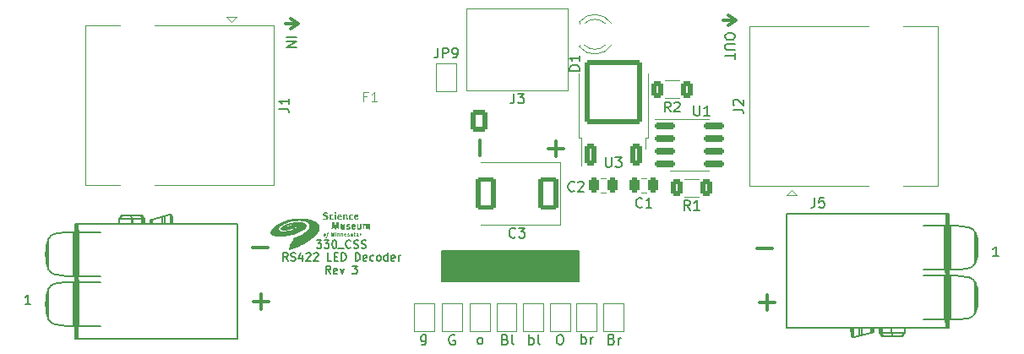
<source format=gto>
G04 #@! TF.GenerationSoftware,KiCad,Pcbnew,8.0.0*
G04 #@! TF.CreationDate,2024-12-06T13:06:33-06:00*
G04 #@! TF.ProjectId,led_segment,6c65645f-7365-4676-9d65-6e742e6b6963,rev?*
G04 #@! TF.SameCoordinates,Original*
G04 #@! TF.FileFunction,Legend,Top*
G04 #@! TF.FilePolarity,Positive*
%FSLAX46Y46*%
G04 Gerber Fmt 4.6, Leading zero omitted, Abs format (unit mm)*
G04 Created by KiCad (PCBNEW 8.0.0) date 2024-12-06 13:06:33*
%MOMM*%
%LPD*%
G01*
G04 APERTURE LIST*
G04 Aperture macros list*
%AMRoundRect*
0 Rectangle with rounded corners*
0 $1 Rounding radius*
0 $2 $3 $4 $5 $6 $7 $8 $9 X,Y pos of 4 corners*
0 Add a 4 corners polygon primitive as box body*
4,1,4,$2,$3,$4,$5,$6,$7,$8,$9,$2,$3,0*
0 Add four circle primitives for the rounded corners*
1,1,$1+$1,$2,$3*
1,1,$1+$1,$4,$5*
1,1,$1+$1,$6,$7*
1,1,$1+$1,$8,$9*
0 Add four rect primitives between the rounded corners*
20,1,$1+$1,$2,$3,$4,$5,0*
20,1,$1+$1,$4,$5,$6,$7,0*
20,1,$1+$1,$6,$7,$8,$9,0*
20,1,$1+$1,$8,$9,$2,$3,0*%
G04 Aperture macros list end*
%ADD10C,0.300000*%
%ADD11C,0.150000*%
%ADD12C,0.127000*%
%ADD13C,0.100000*%
%ADD14C,0.120000*%
%ADD15C,0.000000*%
%ADD16C,0.200000*%
%ADD17R,1.800000X1.800000*%
%ADD18C,1.800000*%
%ADD19R,1.500000X1.000000*%
%ADD20RoundRect,0.250000X0.312500X0.625000X-0.312500X0.625000X-0.312500X-0.625000X0.312500X-0.625000X0*%
%ADD21C,2.804000*%
%ADD22C,3.104000*%
%ADD23C,3.200000*%
%ADD24RoundRect,0.250000X-0.312500X-0.625000X0.312500X-0.625000X0.312500X0.625000X-0.312500X0.625000X0*%
%ADD25O,4.064800X2.134400*%
%ADD26C,3.250000*%
%ADD27R,1.500000X1.500000*%
%ADD28C,1.500000*%
%ADD29C,3.000000*%
%ADD30RoundRect,0.250000X-0.250000X-0.475000X0.250000X-0.475000X0.250000X0.475000X-0.250000X0.475000X0*%
%ADD31RoundRect,0.150000X-0.825000X-0.150000X0.825000X-0.150000X0.825000X0.150000X-0.825000X0.150000X0*%
%ADD32RoundRect,0.250000X0.750000X1.400000X-0.750000X1.400000X-0.750000X-1.400000X0.750000X-1.400000X0*%
%ADD33RoundRect,0.250000X0.350000X-0.850000X0.350000X0.850000X-0.350000X0.850000X-0.350000X-0.850000X0*%
%ADD34RoundRect,0.249997X2.650003X-2.950003X2.650003X2.950003X-2.650003X2.950003X-2.650003X-2.950003X0*%
%ADD35RoundRect,0.250000X-0.620000X-0.845000X0.620000X-0.845000X0.620000X0.845000X-0.620000X0.845000X0*%
%ADD36O,1.740000X2.190000*%
G04 APERTURE END LIST*
D10*
X165035000Y-121500000D02*
X164273000Y-120992000D01*
X207700000Y-121184000D02*
X208970000Y-121184000D01*
D11*
X179467000Y-144302000D02*
X193183000Y-144302000D01*
X193183000Y-147350000D01*
X179467000Y-147350000D01*
X179467000Y-144302000D01*
G36*
X179467000Y-144302000D02*
G01*
X193183000Y-144302000D01*
X193183000Y-147350000D01*
X179467000Y-147350000D01*
X179467000Y-144302000D01*
G37*
D10*
X208970000Y-121184000D02*
X208208000Y-120676000D01*
X163765000Y-121500000D02*
X165035000Y-121500000D01*
X165035000Y-121500000D02*
X164273000Y-122008000D01*
X208970000Y-121184000D02*
X208208000Y-121692000D01*
D12*
X183236504Y-153655015D02*
X183141266Y-153607396D01*
X183141266Y-153607396D02*
X183093647Y-153559776D01*
X183093647Y-153559776D02*
X183046028Y-153464538D01*
X183046028Y-153464538D02*
X183046028Y-153178824D01*
X183046028Y-153178824D02*
X183093647Y-153083586D01*
X183093647Y-153083586D02*
X183141266Y-153035967D01*
X183141266Y-153035967D02*
X183236504Y-152988348D01*
X183236504Y-152988348D02*
X183379361Y-152988348D01*
X183379361Y-152988348D02*
X183474599Y-153035967D01*
X183474599Y-153035967D02*
X183522218Y-153083586D01*
X183522218Y-153083586D02*
X183569837Y-153178824D01*
X183569837Y-153178824D02*
X183569837Y-153464538D01*
X183569837Y-153464538D02*
X183522218Y-153559776D01*
X183522218Y-153559776D02*
X183474599Y-153607396D01*
X183474599Y-153607396D02*
X183379361Y-153655015D01*
X183379361Y-153655015D02*
X183236504Y-153655015D01*
X196504980Y-153147205D02*
X196647837Y-153194824D01*
X196647837Y-153194824D02*
X196695456Y-153242443D01*
X196695456Y-153242443D02*
X196743075Y-153337681D01*
X196743075Y-153337681D02*
X196743075Y-153480538D01*
X196743075Y-153480538D02*
X196695456Y-153575776D01*
X196695456Y-153575776D02*
X196647837Y-153623396D01*
X196647837Y-153623396D02*
X196552599Y-153671015D01*
X196552599Y-153671015D02*
X196171647Y-153671015D01*
X196171647Y-153671015D02*
X196171647Y-152671015D01*
X196171647Y-152671015D02*
X196504980Y-152671015D01*
X196504980Y-152671015D02*
X196600218Y-152718634D01*
X196600218Y-152718634D02*
X196647837Y-152766253D01*
X196647837Y-152766253D02*
X196695456Y-152861491D01*
X196695456Y-152861491D02*
X196695456Y-152956729D01*
X196695456Y-152956729D02*
X196647837Y-153051967D01*
X196647837Y-153051967D02*
X196600218Y-153099586D01*
X196600218Y-153099586D02*
X196504980Y-153147205D01*
X196504980Y-153147205D02*
X196171647Y-153147205D01*
X197171647Y-153671015D02*
X197171647Y-153004348D01*
X197171647Y-153194824D02*
X197219266Y-153099586D01*
X197219266Y-153099586D02*
X197266885Y-153051967D01*
X197266885Y-153051967D02*
X197362123Y-153004348D01*
X197362123Y-153004348D02*
X197457361Y-153004348D01*
X185829980Y-153187205D02*
X185972837Y-153234824D01*
X185972837Y-153234824D02*
X186020456Y-153282443D01*
X186020456Y-153282443D02*
X186068075Y-153377681D01*
X186068075Y-153377681D02*
X186068075Y-153520538D01*
X186068075Y-153520538D02*
X186020456Y-153615776D01*
X186020456Y-153615776D02*
X185972837Y-153663396D01*
X185972837Y-153663396D02*
X185877599Y-153711015D01*
X185877599Y-153711015D02*
X185496647Y-153711015D01*
X185496647Y-153711015D02*
X185496647Y-152711015D01*
X185496647Y-152711015D02*
X185829980Y-152711015D01*
X185829980Y-152711015D02*
X185925218Y-152758634D01*
X185925218Y-152758634D02*
X185972837Y-152806253D01*
X185972837Y-152806253D02*
X186020456Y-152901491D01*
X186020456Y-152901491D02*
X186020456Y-152996729D01*
X186020456Y-152996729D02*
X185972837Y-153091967D01*
X185972837Y-153091967D02*
X185925218Y-153139586D01*
X185925218Y-153139586D02*
X185829980Y-153187205D01*
X185829980Y-153187205D02*
X185496647Y-153187205D01*
X186639504Y-153711015D02*
X186544266Y-153663396D01*
X186544266Y-153663396D02*
X186496647Y-153568157D01*
X186496647Y-153568157D02*
X186496647Y-152711015D01*
X191212123Y-152711015D02*
X191402599Y-152711015D01*
X191402599Y-152711015D02*
X191497837Y-152758634D01*
X191497837Y-152758634D02*
X191593075Y-152853872D01*
X191593075Y-152853872D02*
X191640694Y-153044348D01*
X191640694Y-153044348D02*
X191640694Y-153377681D01*
X191640694Y-153377681D02*
X191593075Y-153568157D01*
X191593075Y-153568157D02*
X191497837Y-153663396D01*
X191497837Y-153663396D02*
X191402599Y-153711015D01*
X191402599Y-153711015D02*
X191212123Y-153711015D01*
X191212123Y-153711015D02*
X191116885Y-153663396D01*
X191116885Y-153663396D02*
X191021647Y-153568157D01*
X191021647Y-153568157D02*
X190974028Y-153377681D01*
X190974028Y-153377681D02*
X190974028Y-153044348D01*
X190974028Y-153044348D02*
X191021647Y-152853872D01*
X191021647Y-152853872D02*
X191116885Y-152758634D01*
X191116885Y-152758634D02*
X191212123Y-152711015D01*
D10*
X160523558Y-143952733D02*
X162047368Y-143952733D01*
D12*
X177850218Y-152729348D02*
X177850218Y-153538872D01*
X177850218Y-153538872D02*
X177802599Y-153634110D01*
X177802599Y-153634110D02*
X177754980Y-153681729D01*
X177754980Y-153681729D02*
X177659742Y-153729348D01*
X177659742Y-153729348D02*
X177516885Y-153729348D01*
X177516885Y-153729348D02*
X177421647Y-153681729D01*
X177850218Y-153348396D02*
X177754980Y-153396015D01*
X177754980Y-153396015D02*
X177564504Y-153396015D01*
X177564504Y-153396015D02*
X177469266Y-153348396D01*
X177469266Y-153348396D02*
X177421647Y-153300776D01*
X177421647Y-153300776D02*
X177374028Y-153205538D01*
X177374028Y-153205538D02*
X177374028Y-152919824D01*
X177374028Y-152919824D02*
X177421647Y-152824586D01*
X177421647Y-152824586D02*
X177469266Y-152776967D01*
X177469266Y-152776967D02*
X177564504Y-152729348D01*
X177564504Y-152729348D02*
X177754980Y-152729348D01*
X177754980Y-152729348D02*
X177850218Y-152776967D01*
X193471647Y-153646015D02*
X193471647Y-152646015D01*
X193471647Y-153026967D02*
X193566885Y-152979348D01*
X193566885Y-152979348D02*
X193757361Y-152979348D01*
X193757361Y-152979348D02*
X193852599Y-153026967D01*
X193852599Y-153026967D02*
X193900218Y-153074586D01*
X193900218Y-153074586D02*
X193947837Y-153169824D01*
X193947837Y-153169824D02*
X193947837Y-153455538D01*
X193947837Y-153455538D02*
X193900218Y-153550776D01*
X193900218Y-153550776D02*
X193852599Y-153598396D01*
X193852599Y-153598396D02*
X193757361Y-153646015D01*
X193757361Y-153646015D02*
X193566885Y-153646015D01*
X193566885Y-153646015D02*
X193471647Y-153598396D01*
X194376409Y-153646015D02*
X194376409Y-152979348D01*
X194376409Y-153169824D02*
X194424028Y-153074586D01*
X194424028Y-153074586D02*
X194471647Y-153026967D01*
X194471647Y-153026967D02*
X194566885Y-152979348D01*
X194566885Y-152979348D02*
X194662123Y-152979348D01*
D11*
X208830180Y-122727255D02*
X208830180Y-122917731D01*
X208830180Y-122917731D02*
X208782561Y-123012969D01*
X208782561Y-123012969D02*
X208687323Y-123108207D01*
X208687323Y-123108207D02*
X208496847Y-123155826D01*
X208496847Y-123155826D02*
X208163514Y-123155826D01*
X208163514Y-123155826D02*
X207973038Y-123108207D01*
X207973038Y-123108207D02*
X207877800Y-123012969D01*
X207877800Y-123012969D02*
X207830180Y-122917731D01*
X207830180Y-122917731D02*
X207830180Y-122727255D01*
X207830180Y-122727255D02*
X207877800Y-122632017D01*
X207877800Y-122632017D02*
X207973038Y-122536779D01*
X207973038Y-122536779D02*
X208163514Y-122489160D01*
X208163514Y-122489160D02*
X208496847Y-122489160D01*
X208496847Y-122489160D02*
X208687323Y-122536779D01*
X208687323Y-122536779D02*
X208782561Y-122632017D01*
X208782561Y-122632017D02*
X208830180Y-122727255D01*
X208830180Y-123584398D02*
X208020657Y-123584398D01*
X208020657Y-123584398D02*
X207925419Y-123632017D01*
X207925419Y-123632017D02*
X207877800Y-123679636D01*
X207877800Y-123679636D02*
X207830180Y-123774874D01*
X207830180Y-123774874D02*
X207830180Y-123965350D01*
X207830180Y-123965350D02*
X207877800Y-124060588D01*
X207877800Y-124060588D02*
X207925419Y-124108207D01*
X207925419Y-124108207D02*
X208020657Y-124155826D01*
X208020657Y-124155826D02*
X208830180Y-124155826D01*
X208830180Y-124489160D02*
X208830180Y-125060588D01*
X207830180Y-124774874D02*
X208830180Y-124774874D01*
D10*
X211273558Y-149502733D02*
X212797368Y-149502733D01*
X212035463Y-150264638D02*
X212035463Y-148740828D01*
D11*
X166904761Y-143218385D02*
X167399999Y-143218385D01*
X167399999Y-143218385D02*
X167133333Y-143523147D01*
X167133333Y-143523147D02*
X167247618Y-143523147D01*
X167247618Y-143523147D02*
X167323809Y-143561242D01*
X167323809Y-143561242D02*
X167361904Y-143599337D01*
X167361904Y-143599337D02*
X167399999Y-143675528D01*
X167399999Y-143675528D02*
X167399999Y-143866004D01*
X167399999Y-143866004D02*
X167361904Y-143942194D01*
X167361904Y-143942194D02*
X167323809Y-143980290D01*
X167323809Y-143980290D02*
X167247618Y-144018385D01*
X167247618Y-144018385D02*
X167019047Y-144018385D01*
X167019047Y-144018385D02*
X166942856Y-143980290D01*
X166942856Y-143980290D02*
X166904761Y-143942194D01*
X167666666Y-143218385D02*
X168161904Y-143218385D01*
X168161904Y-143218385D02*
X167895238Y-143523147D01*
X167895238Y-143523147D02*
X168009523Y-143523147D01*
X168009523Y-143523147D02*
X168085714Y-143561242D01*
X168085714Y-143561242D02*
X168123809Y-143599337D01*
X168123809Y-143599337D02*
X168161904Y-143675528D01*
X168161904Y-143675528D02*
X168161904Y-143866004D01*
X168161904Y-143866004D02*
X168123809Y-143942194D01*
X168123809Y-143942194D02*
X168085714Y-143980290D01*
X168085714Y-143980290D02*
X168009523Y-144018385D01*
X168009523Y-144018385D02*
X167780952Y-144018385D01*
X167780952Y-144018385D02*
X167704761Y-143980290D01*
X167704761Y-143980290D02*
X167666666Y-143942194D01*
X168657143Y-143218385D02*
X168733333Y-143218385D01*
X168733333Y-143218385D02*
X168809524Y-143256480D01*
X168809524Y-143256480D02*
X168847619Y-143294575D01*
X168847619Y-143294575D02*
X168885714Y-143370766D01*
X168885714Y-143370766D02*
X168923809Y-143523147D01*
X168923809Y-143523147D02*
X168923809Y-143713623D01*
X168923809Y-143713623D02*
X168885714Y-143866004D01*
X168885714Y-143866004D02*
X168847619Y-143942194D01*
X168847619Y-143942194D02*
X168809524Y-143980290D01*
X168809524Y-143980290D02*
X168733333Y-144018385D01*
X168733333Y-144018385D02*
X168657143Y-144018385D01*
X168657143Y-144018385D02*
X168580952Y-143980290D01*
X168580952Y-143980290D02*
X168542857Y-143942194D01*
X168542857Y-143942194D02*
X168504762Y-143866004D01*
X168504762Y-143866004D02*
X168466666Y-143713623D01*
X168466666Y-143713623D02*
X168466666Y-143523147D01*
X168466666Y-143523147D02*
X168504762Y-143370766D01*
X168504762Y-143370766D02*
X168542857Y-143294575D01*
X168542857Y-143294575D02*
X168580952Y-143256480D01*
X168580952Y-143256480D02*
X168657143Y-143218385D01*
X169076191Y-144094575D02*
X169685714Y-144094575D01*
X170333334Y-143942194D02*
X170295238Y-143980290D01*
X170295238Y-143980290D02*
X170180953Y-144018385D01*
X170180953Y-144018385D02*
X170104762Y-144018385D01*
X170104762Y-144018385D02*
X169990476Y-143980290D01*
X169990476Y-143980290D02*
X169914286Y-143904099D01*
X169914286Y-143904099D02*
X169876191Y-143827909D01*
X169876191Y-143827909D02*
X169838095Y-143675528D01*
X169838095Y-143675528D02*
X169838095Y-143561242D01*
X169838095Y-143561242D02*
X169876191Y-143408861D01*
X169876191Y-143408861D02*
X169914286Y-143332670D01*
X169914286Y-143332670D02*
X169990476Y-143256480D01*
X169990476Y-143256480D02*
X170104762Y-143218385D01*
X170104762Y-143218385D02*
X170180953Y-143218385D01*
X170180953Y-143218385D02*
X170295238Y-143256480D01*
X170295238Y-143256480D02*
X170333334Y-143294575D01*
X170638095Y-143980290D02*
X170752381Y-144018385D01*
X170752381Y-144018385D02*
X170942857Y-144018385D01*
X170942857Y-144018385D02*
X171019048Y-143980290D01*
X171019048Y-143980290D02*
X171057143Y-143942194D01*
X171057143Y-143942194D02*
X171095238Y-143866004D01*
X171095238Y-143866004D02*
X171095238Y-143789813D01*
X171095238Y-143789813D02*
X171057143Y-143713623D01*
X171057143Y-143713623D02*
X171019048Y-143675528D01*
X171019048Y-143675528D02*
X170942857Y-143637432D01*
X170942857Y-143637432D02*
X170790476Y-143599337D01*
X170790476Y-143599337D02*
X170714286Y-143561242D01*
X170714286Y-143561242D02*
X170676191Y-143523147D01*
X170676191Y-143523147D02*
X170638095Y-143446956D01*
X170638095Y-143446956D02*
X170638095Y-143370766D01*
X170638095Y-143370766D02*
X170676191Y-143294575D01*
X170676191Y-143294575D02*
X170714286Y-143256480D01*
X170714286Y-143256480D02*
X170790476Y-143218385D01*
X170790476Y-143218385D02*
X170980953Y-143218385D01*
X170980953Y-143218385D02*
X171095238Y-143256480D01*
X171400000Y-143980290D02*
X171514286Y-144018385D01*
X171514286Y-144018385D02*
X171704762Y-144018385D01*
X171704762Y-144018385D02*
X171780953Y-143980290D01*
X171780953Y-143980290D02*
X171819048Y-143942194D01*
X171819048Y-143942194D02*
X171857143Y-143866004D01*
X171857143Y-143866004D02*
X171857143Y-143789813D01*
X171857143Y-143789813D02*
X171819048Y-143713623D01*
X171819048Y-143713623D02*
X171780953Y-143675528D01*
X171780953Y-143675528D02*
X171704762Y-143637432D01*
X171704762Y-143637432D02*
X171552381Y-143599337D01*
X171552381Y-143599337D02*
X171476191Y-143561242D01*
X171476191Y-143561242D02*
X171438096Y-143523147D01*
X171438096Y-143523147D02*
X171400000Y-143446956D01*
X171400000Y-143446956D02*
X171400000Y-143370766D01*
X171400000Y-143370766D02*
X171438096Y-143294575D01*
X171438096Y-143294575D02*
X171476191Y-143256480D01*
X171476191Y-143256480D02*
X171552381Y-143218385D01*
X171552381Y-143218385D02*
X171742858Y-143218385D01*
X171742858Y-143218385D02*
X171857143Y-143256480D01*
X164028571Y-145306340D02*
X163761904Y-144925387D01*
X163571428Y-145306340D02*
X163571428Y-144506340D01*
X163571428Y-144506340D02*
X163876190Y-144506340D01*
X163876190Y-144506340D02*
X163952380Y-144544435D01*
X163952380Y-144544435D02*
X163990475Y-144582530D01*
X163990475Y-144582530D02*
X164028571Y-144658721D01*
X164028571Y-144658721D02*
X164028571Y-144773006D01*
X164028571Y-144773006D02*
X163990475Y-144849197D01*
X163990475Y-144849197D02*
X163952380Y-144887292D01*
X163952380Y-144887292D02*
X163876190Y-144925387D01*
X163876190Y-144925387D02*
X163571428Y-144925387D01*
X164333332Y-145268245D02*
X164447618Y-145306340D01*
X164447618Y-145306340D02*
X164638094Y-145306340D01*
X164638094Y-145306340D02*
X164714285Y-145268245D01*
X164714285Y-145268245D02*
X164752380Y-145230149D01*
X164752380Y-145230149D02*
X164790475Y-145153959D01*
X164790475Y-145153959D02*
X164790475Y-145077768D01*
X164790475Y-145077768D02*
X164752380Y-145001578D01*
X164752380Y-145001578D02*
X164714285Y-144963483D01*
X164714285Y-144963483D02*
X164638094Y-144925387D01*
X164638094Y-144925387D02*
X164485713Y-144887292D01*
X164485713Y-144887292D02*
X164409523Y-144849197D01*
X164409523Y-144849197D02*
X164371428Y-144811102D01*
X164371428Y-144811102D02*
X164333332Y-144734911D01*
X164333332Y-144734911D02*
X164333332Y-144658721D01*
X164333332Y-144658721D02*
X164371428Y-144582530D01*
X164371428Y-144582530D02*
X164409523Y-144544435D01*
X164409523Y-144544435D02*
X164485713Y-144506340D01*
X164485713Y-144506340D02*
X164676190Y-144506340D01*
X164676190Y-144506340D02*
X164790475Y-144544435D01*
X165476190Y-144773006D02*
X165476190Y-145306340D01*
X165285714Y-144468245D02*
X165095237Y-145039673D01*
X165095237Y-145039673D02*
X165590476Y-145039673D01*
X165857142Y-144582530D02*
X165895238Y-144544435D01*
X165895238Y-144544435D02*
X165971428Y-144506340D01*
X165971428Y-144506340D02*
X166161904Y-144506340D01*
X166161904Y-144506340D02*
X166238095Y-144544435D01*
X166238095Y-144544435D02*
X166276190Y-144582530D01*
X166276190Y-144582530D02*
X166314285Y-144658721D01*
X166314285Y-144658721D02*
X166314285Y-144734911D01*
X166314285Y-144734911D02*
X166276190Y-144849197D01*
X166276190Y-144849197D02*
X165819047Y-145306340D01*
X165819047Y-145306340D02*
X166314285Y-145306340D01*
X166619047Y-144582530D02*
X166657143Y-144544435D01*
X166657143Y-144544435D02*
X166733333Y-144506340D01*
X166733333Y-144506340D02*
X166923809Y-144506340D01*
X166923809Y-144506340D02*
X167000000Y-144544435D01*
X167000000Y-144544435D02*
X167038095Y-144582530D01*
X167038095Y-144582530D02*
X167076190Y-144658721D01*
X167076190Y-144658721D02*
X167076190Y-144734911D01*
X167076190Y-144734911D02*
X167038095Y-144849197D01*
X167038095Y-144849197D02*
X166580952Y-145306340D01*
X166580952Y-145306340D02*
X167076190Y-145306340D01*
X168409524Y-145306340D02*
X168028572Y-145306340D01*
X168028572Y-145306340D02*
X168028572Y-144506340D01*
X168676191Y-144887292D02*
X168942857Y-144887292D01*
X169057143Y-145306340D02*
X168676191Y-145306340D01*
X168676191Y-145306340D02*
X168676191Y-144506340D01*
X168676191Y-144506340D02*
X169057143Y-144506340D01*
X169400001Y-145306340D02*
X169400001Y-144506340D01*
X169400001Y-144506340D02*
X169590477Y-144506340D01*
X169590477Y-144506340D02*
X169704763Y-144544435D01*
X169704763Y-144544435D02*
X169780953Y-144620625D01*
X169780953Y-144620625D02*
X169819048Y-144696816D01*
X169819048Y-144696816D02*
X169857144Y-144849197D01*
X169857144Y-144849197D02*
X169857144Y-144963483D01*
X169857144Y-144963483D02*
X169819048Y-145115864D01*
X169819048Y-145115864D02*
X169780953Y-145192054D01*
X169780953Y-145192054D02*
X169704763Y-145268245D01*
X169704763Y-145268245D02*
X169590477Y-145306340D01*
X169590477Y-145306340D02*
X169400001Y-145306340D01*
X170809525Y-145306340D02*
X170809525Y-144506340D01*
X170809525Y-144506340D02*
X171000001Y-144506340D01*
X171000001Y-144506340D02*
X171114287Y-144544435D01*
X171114287Y-144544435D02*
X171190477Y-144620625D01*
X171190477Y-144620625D02*
X171228572Y-144696816D01*
X171228572Y-144696816D02*
X171266668Y-144849197D01*
X171266668Y-144849197D02*
X171266668Y-144963483D01*
X171266668Y-144963483D02*
X171228572Y-145115864D01*
X171228572Y-145115864D02*
X171190477Y-145192054D01*
X171190477Y-145192054D02*
X171114287Y-145268245D01*
X171114287Y-145268245D02*
X171000001Y-145306340D01*
X171000001Y-145306340D02*
X170809525Y-145306340D01*
X171914287Y-145268245D02*
X171838096Y-145306340D01*
X171838096Y-145306340D02*
X171685715Y-145306340D01*
X171685715Y-145306340D02*
X171609525Y-145268245D01*
X171609525Y-145268245D02*
X171571429Y-145192054D01*
X171571429Y-145192054D02*
X171571429Y-144887292D01*
X171571429Y-144887292D02*
X171609525Y-144811102D01*
X171609525Y-144811102D02*
X171685715Y-144773006D01*
X171685715Y-144773006D02*
X171838096Y-144773006D01*
X171838096Y-144773006D02*
X171914287Y-144811102D01*
X171914287Y-144811102D02*
X171952382Y-144887292D01*
X171952382Y-144887292D02*
X171952382Y-144963483D01*
X171952382Y-144963483D02*
X171571429Y-145039673D01*
X172638096Y-145268245D02*
X172561905Y-145306340D01*
X172561905Y-145306340D02*
X172409524Y-145306340D01*
X172409524Y-145306340D02*
X172333334Y-145268245D01*
X172333334Y-145268245D02*
X172295239Y-145230149D01*
X172295239Y-145230149D02*
X172257143Y-145153959D01*
X172257143Y-145153959D02*
X172257143Y-144925387D01*
X172257143Y-144925387D02*
X172295239Y-144849197D01*
X172295239Y-144849197D02*
X172333334Y-144811102D01*
X172333334Y-144811102D02*
X172409524Y-144773006D01*
X172409524Y-144773006D02*
X172561905Y-144773006D01*
X172561905Y-144773006D02*
X172638096Y-144811102D01*
X173095238Y-145306340D02*
X173019048Y-145268245D01*
X173019048Y-145268245D02*
X172980953Y-145230149D01*
X172980953Y-145230149D02*
X172942857Y-145153959D01*
X172942857Y-145153959D02*
X172942857Y-144925387D01*
X172942857Y-144925387D02*
X172980953Y-144849197D01*
X172980953Y-144849197D02*
X173019048Y-144811102D01*
X173019048Y-144811102D02*
X173095238Y-144773006D01*
X173095238Y-144773006D02*
X173209524Y-144773006D01*
X173209524Y-144773006D02*
X173285715Y-144811102D01*
X173285715Y-144811102D02*
X173323810Y-144849197D01*
X173323810Y-144849197D02*
X173361905Y-144925387D01*
X173361905Y-144925387D02*
X173361905Y-145153959D01*
X173361905Y-145153959D02*
X173323810Y-145230149D01*
X173323810Y-145230149D02*
X173285715Y-145268245D01*
X173285715Y-145268245D02*
X173209524Y-145306340D01*
X173209524Y-145306340D02*
X173095238Y-145306340D01*
X174047620Y-145306340D02*
X174047620Y-144506340D01*
X174047620Y-145268245D02*
X173971429Y-145306340D01*
X173971429Y-145306340D02*
X173819048Y-145306340D01*
X173819048Y-145306340D02*
X173742858Y-145268245D01*
X173742858Y-145268245D02*
X173704763Y-145230149D01*
X173704763Y-145230149D02*
X173666667Y-145153959D01*
X173666667Y-145153959D02*
X173666667Y-144925387D01*
X173666667Y-144925387D02*
X173704763Y-144849197D01*
X173704763Y-144849197D02*
X173742858Y-144811102D01*
X173742858Y-144811102D02*
X173819048Y-144773006D01*
X173819048Y-144773006D02*
X173971429Y-144773006D01*
X173971429Y-144773006D02*
X174047620Y-144811102D01*
X174733335Y-145268245D02*
X174657144Y-145306340D01*
X174657144Y-145306340D02*
X174504763Y-145306340D01*
X174504763Y-145306340D02*
X174428573Y-145268245D01*
X174428573Y-145268245D02*
X174390477Y-145192054D01*
X174390477Y-145192054D02*
X174390477Y-144887292D01*
X174390477Y-144887292D02*
X174428573Y-144811102D01*
X174428573Y-144811102D02*
X174504763Y-144773006D01*
X174504763Y-144773006D02*
X174657144Y-144773006D01*
X174657144Y-144773006D02*
X174733335Y-144811102D01*
X174733335Y-144811102D02*
X174771430Y-144887292D01*
X174771430Y-144887292D02*
X174771430Y-144963483D01*
X174771430Y-144963483D02*
X174390477Y-145039673D01*
X175114287Y-145306340D02*
X175114287Y-144773006D01*
X175114287Y-144925387D02*
X175152382Y-144849197D01*
X175152382Y-144849197D02*
X175190477Y-144811102D01*
X175190477Y-144811102D02*
X175266668Y-144773006D01*
X175266668Y-144773006D02*
X175342858Y-144773006D01*
X168314286Y-146594295D02*
X168047619Y-146213342D01*
X167857143Y-146594295D02*
X167857143Y-145794295D01*
X167857143Y-145794295D02*
X168161905Y-145794295D01*
X168161905Y-145794295D02*
X168238095Y-145832390D01*
X168238095Y-145832390D02*
X168276190Y-145870485D01*
X168276190Y-145870485D02*
X168314286Y-145946676D01*
X168314286Y-145946676D02*
X168314286Y-146060961D01*
X168314286Y-146060961D02*
X168276190Y-146137152D01*
X168276190Y-146137152D02*
X168238095Y-146175247D01*
X168238095Y-146175247D02*
X168161905Y-146213342D01*
X168161905Y-146213342D02*
X167857143Y-146213342D01*
X168961905Y-146556200D02*
X168885714Y-146594295D01*
X168885714Y-146594295D02*
X168733333Y-146594295D01*
X168733333Y-146594295D02*
X168657143Y-146556200D01*
X168657143Y-146556200D02*
X168619047Y-146480009D01*
X168619047Y-146480009D02*
X168619047Y-146175247D01*
X168619047Y-146175247D02*
X168657143Y-146099057D01*
X168657143Y-146099057D02*
X168733333Y-146060961D01*
X168733333Y-146060961D02*
X168885714Y-146060961D01*
X168885714Y-146060961D02*
X168961905Y-146099057D01*
X168961905Y-146099057D02*
X169000000Y-146175247D01*
X169000000Y-146175247D02*
X169000000Y-146251438D01*
X169000000Y-146251438D02*
X168619047Y-146327628D01*
X169266666Y-146060961D02*
X169457142Y-146594295D01*
X169457142Y-146594295D02*
X169647619Y-146060961D01*
X170485714Y-145794295D02*
X170980952Y-145794295D01*
X170980952Y-145794295D02*
X170714286Y-146099057D01*
X170714286Y-146099057D02*
X170828571Y-146099057D01*
X170828571Y-146099057D02*
X170904762Y-146137152D01*
X170904762Y-146137152D02*
X170942857Y-146175247D01*
X170942857Y-146175247D02*
X170980952Y-146251438D01*
X170980952Y-146251438D02*
X170980952Y-146441914D01*
X170980952Y-146441914D02*
X170942857Y-146518104D01*
X170942857Y-146518104D02*
X170904762Y-146556200D01*
X170904762Y-146556200D02*
X170828571Y-146594295D01*
X170828571Y-146594295D02*
X170600000Y-146594295D01*
X170600000Y-146594295D02*
X170523809Y-146556200D01*
X170523809Y-146556200D02*
X170485714Y-146518104D01*
D10*
X211048558Y-144052733D02*
X212572368Y-144052733D01*
D12*
X188221647Y-153696015D02*
X188221647Y-152696015D01*
X188221647Y-153076967D02*
X188316885Y-153029348D01*
X188316885Y-153029348D02*
X188507361Y-153029348D01*
X188507361Y-153029348D02*
X188602599Y-153076967D01*
X188602599Y-153076967D02*
X188650218Y-153124586D01*
X188650218Y-153124586D02*
X188697837Y-153219824D01*
X188697837Y-153219824D02*
X188697837Y-153505538D01*
X188697837Y-153505538D02*
X188650218Y-153600776D01*
X188650218Y-153600776D02*
X188602599Y-153648396D01*
X188602599Y-153648396D02*
X188507361Y-153696015D01*
X188507361Y-153696015D02*
X188316885Y-153696015D01*
X188316885Y-153696015D02*
X188221647Y-153648396D01*
X189269266Y-153696015D02*
X189174028Y-153648396D01*
X189174028Y-153648396D02*
X189126409Y-153553157D01*
X189126409Y-153553157D02*
X189126409Y-152696015D01*
D10*
X183277733Y-134701441D02*
X183277733Y-133177632D01*
X190148558Y-134077733D02*
X191672368Y-134077733D01*
X190910463Y-134839638D02*
X190910463Y-133315828D01*
D11*
X163895180Y-122852779D02*
X164895180Y-122852779D01*
X163895180Y-123328969D02*
X164895180Y-123328969D01*
X164895180Y-123328969D02*
X163895180Y-123900397D01*
X163895180Y-123900397D02*
X164895180Y-123900397D01*
D12*
X180745456Y-152768634D02*
X180650218Y-152721015D01*
X180650218Y-152721015D02*
X180507361Y-152721015D01*
X180507361Y-152721015D02*
X180364504Y-152768634D01*
X180364504Y-152768634D02*
X180269266Y-152863872D01*
X180269266Y-152863872D02*
X180221647Y-152959110D01*
X180221647Y-152959110D02*
X180174028Y-153149586D01*
X180174028Y-153149586D02*
X180174028Y-153292443D01*
X180174028Y-153292443D02*
X180221647Y-153482919D01*
X180221647Y-153482919D02*
X180269266Y-153578157D01*
X180269266Y-153578157D02*
X180364504Y-153673396D01*
X180364504Y-153673396D02*
X180507361Y-153721015D01*
X180507361Y-153721015D02*
X180602599Y-153721015D01*
X180602599Y-153721015D02*
X180745456Y-153673396D01*
X180745456Y-153673396D02*
X180793075Y-153625776D01*
X180793075Y-153625776D02*
X180793075Y-153292443D01*
X180793075Y-153292443D02*
X180602599Y-153292443D01*
D10*
X160548558Y-149352733D02*
X162072368Y-149352733D01*
X161310463Y-150114638D02*
X161310463Y-148590828D01*
D11*
X193254819Y-126238094D02*
X192254819Y-126238094D01*
X192254819Y-126238094D02*
X192254819Y-125999999D01*
X192254819Y-125999999D02*
X192302438Y-125857142D01*
X192302438Y-125857142D02*
X192397676Y-125761904D01*
X192397676Y-125761904D02*
X192492914Y-125714285D01*
X192492914Y-125714285D02*
X192683390Y-125666666D01*
X192683390Y-125666666D02*
X192826247Y-125666666D01*
X192826247Y-125666666D02*
X193016723Y-125714285D01*
X193016723Y-125714285D02*
X193111961Y-125761904D01*
X193111961Y-125761904D02*
X193207200Y-125857142D01*
X193207200Y-125857142D02*
X193254819Y-125999999D01*
X193254819Y-125999999D02*
X193254819Y-126238094D01*
X193254819Y-124714285D02*
X193254819Y-125285713D01*
X193254819Y-124999999D02*
X192254819Y-124999999D01*
X192254819Y-124999999D02*
X192397676Y-125095237D01*
X192397676Y-125095237D02*
X192492914Y-125190475D01*
X192492914Y-125190475D02*
X192540533Y-125285713D01*
X202370833Y-130374819D02*
X202037500Y-129898628D01*
X201799405Y-130374819D02*
X201799405Y-129374819D01*
X201799405Y-129374819D02*
X202180357Y-129374819D01*
X202180357Y-129374819D02*
X202275595Y-129422438D01*
X202275595Y-129422438D02*
X202323214Y-129470057D01*
X202323214Y-129470057D02*
X202370833Y-129565295D01*
X202370833Y-129565295D02*
X202370833Y-129708152D01*
X202370833Y-129708152D02*
X202323214Y-129803390D01*
X202323214Y-129803390D02*
X202275595Y-129851009D01*
X202275595Y-129851009D02*
X202180357Y-129898628D01*
X202180357Y-129898628D02*
X201799405Y-129898628D01*
X202751786Y-129470057D02*
X202799405Y-129422438D01*
X202799405Y-129422438D02*
X202894643Y-129374819D01*
X202894643Y-129374819D02*
X203132738Y-129374819D01*
X203132738Y-129374819D02*
X203227976Y-129422438D01*
X203227976Y-129422438D02*
X203275595Y-129470057D01*
X203275595Y-129470057D02*
X203323214Y-129565295D01*
X203323214Y-129565295D02*
X203323214Y-129660533D01*
X203323214Y-129660533D02*
X203275595Y-129803390D01*
X203275595Y-129803390D02*
X202704167Y-130374819D01*
X202704167Y-130374819D02*
X203323214Y-130374819D01*
D13*
X171940666Y-128838609D02*
X171607333Y-128838609D01*
X171607333Y-129362419D02*
X171607333Y-128362419D01*
X171607333Y-128362419D02*
X172083523Y-128362419D01*
X172988285Y-129362419D02*
X172416857Y-129362419D01*
X172702571Y-129362419D02*
X172702571Y-128362419D01*
X172702571Y-128362419D02*
X172607333Y-128505276D01*
X172607333Y-128505276D02*
X172512095Y-128600514D01*
X172512095Y-128600514D02*
X172416857Y-128648133D01*
D11*
X204333333Y-140229819D02*
X204000000Y-139753628D01*
X203761905Y-140229819D02*
X203761905Y-139229819D01*
X203761905Y-139229819D02*
X204142857Y-139229819D01*
X204142857Y-139229819D02*
X204238095Y-139277438D01*
X204238095Y-139277438D02*
X204285714Y-139325057D01*
X204285714Y-139325057D02*
X204333333Y-139420295D01*
X204333333Y-139420295D02*
X204333333Y-139563152D01*
X204333333Y-139563152D02*
X204285714Y-139658390D01*
X204285714Y-139658390D02*
X204238095Y-139706009D01*
X204238095Y-139706009D02*
X204142857Y-139753628D01*
X204142857Y-139753628D02*
X203761905Y-139753628D01*
X205285714Y-140229819D02*
X204714286Y-140229819D01*
X205000000Y-140229819D02*
X205000000Y-139229819D01*
X205000000Y-139229819D02*
X204904762Y-139372676D01*
X204904762Y-139372676D02*
X204809524Y-139467914D01*
X204809524Y-139467914D02*
X204714286Y-139515533D01*
X138275714Y-149680819D02*
X137704286Y-149680819D01*
X137990000Y-149680819D02*
X137990000Y-148680819D01*
X137990000Y-148680819D02*
X137894762Y-148823676D01*
X137894762Y-148823676D02*
X137799524Y-148918914D01*
X137799524Y-148918914D02*
X137704286Y-148966533D01*
X208664819Y-130148333D02*
X209379104Y-130148333D01*
X209379104Y-130148333D02*
X209521961Y-130195952D01*
X209521961Y-130195952D02*
X209617200Y-130291190D01*
X209617200Y-130291190D02*
X209664819Y-130434047D01*
X209664819Y-130434047D02*
X209664819Y-130529285D01*
X208760057Y-129719761D02*
X208712438Y-129672142D01*
X208712438Y-129672142D02*
X208664819Y-129576904D01*
X208664819Y-129576904D02*
X208664819Y-129338809D01*
X208664819Y-129338809D02*
X208712438Y-129243571D01*
X208712438Y-129243571D02*
X208760057Y-129195952D01*
X208760057Y-129195952D02*
X208855295Y-129148333D01*
X208855295Y-129148333D02*
X208950533Y-129148333D01*
X208950533Y-129148333D02*
X209093390Y-129195952D01*
X209093390Y-129195952D02*
X209664819Y-129767380D01*
X209664819Y-129767380D02*
X209664819Y-129148333D01*
X192733333Y-138259580D02*
X192685714Y-138307200D01*
X192685714Y-138307200D02*
X192542857Y-138354819D01*
X192542857Y-138354819D02*
X192447619Y-138354819D01*
X192447619Y-138354819D02*
X192304762Y-138307200D01*
X192304762Y-138307200D02*
X192209524Y-138211961D01*
X192209524Y-138211961D02*
X192161905Y-138116723D01*
X192161905Y-138116723D02*
X192114286Y-137926247D01*
X192114286Y-137926247D02*
X192114286Y-137783390D01*
X192114286Y-137783390D02*
X192161905Y-137592914D01*
X192161905Y-137592914D02*
X192209524Y-137497676D01*
X192209524Y-137497676D02*
X192304762Y-137402438D01*
X192304762Y-137402438D02*
X192447619Y-137354819D01*
X192447619Y-137354819D02*
X192542857Y-137354819D01*
X192542857Y-137354819D02*
X192685714Y-137402438D01*
X192685714Y-137402438D02*
X192733333Y-137450057D01*
X193114286Y-137450057D02*
X193161905Y-137402438D01*
X193161905Y-137402438D02*
X193257143Y-137354819D01*
X193257143Y-137354819D02*
X193495238Y-137354819D01*
X193495238Y-137354819D02*
X193590476Y-137402438D01*
X193590476Y-137402438D02*
X193638095Y-137450057D01*
X193638095Y-137450057D02*
X193685714Y-137545295D01*
X193685714Y-137545295D02*
X193685714Y-137640533D01*
X193685714Y-137640533D02*
X193638095Y-137783390D01*
X193638095Y-137783390D02*
X193066667Y-138354819D01*
X193066667Y-138354819D02*
X193685714Y-138354819D01*
X204738095Y-129754819D02*
X204738095Y-130564342D01*
X204738095Y-130564342D02*
X204785714Y-130659580D01*
X204785714Y-130659580D02*
X204833333Y-130707200D01*
X204833333Y-130707200D02*
X204928571Y-130754819D01*
X204928571Y-130754819D02*
X205119047Y-130754819D01*
X205119047Y-130754819D02*
X205214285Y-130707200D01*
X205214285Y-130707200D02*
X205261904Y-130659580D01*
X205261904Y-130659580D02*
X205309523Y-130564342D01*
X205309523Y-130564342D02*
X205309523Y-129754819D01*
X206309523Y-130754819D02*
X205738095Y-130754819D01*
X206023809Y-130754819D02*
X206023809Y-129754819D01*
X206023809Y-129754819D02*
X205928571Y-129897676D01*
X205928571Y-129897676D02*
X205833333Y-129992914D01*
X205833333Y-129992914D02*
X205738095Y-130040533D01*
X199533333Y-139879580D02*
X199485714Y-139927200D01*
X199485714Y-139927200D02*
X199342857Y-139974819D01*
X199342857Y-139974819D02*
X199247619Y-139974819D01*
X199247619Y-139974819D02*
X199104762Y-139927200D01*
X199104762Y-139927200D02*
X199009524Y-139831961D01*
X199009524Y-139831961D02*
X198961905Y-139736723D01*
X198961905Y-139736723D02*
X198914286Y-139546247D01*
X198914286Y-139546247D02*
X198914286Y-139403390D01*
X198914286Y-139403390D02*
X198961905Y-139212914D01*
X198961905Y-139212914D02*
X199009524Y-139117676D01*
X199009524Y-139117676D02*
X199104762Y-139022438D01*
X199104762Y-139022438D02*
X199247619Y-138974819D01*
X199247619Y-138974819D02*
X199342857Y-138974819D01*
X199342857Y-138974819D02*
X199485714Y-139022438D01*
X199485714Y-139022438D02*
X199533333Y-139070057D01*
X200485714Y-139974819D02*
X199914286Y-139974819D01*
X200200000Y-139974819D02*
X200200000Y-138974819D01*
X200200000Y-138974819D02*
X200104762Y-139117676D01*
X200104762Y-139117676D02*
X200009524Y-139212914D01*
X200009524Y-139212914D02*
X199914286Y-139260533D01*
X186833333Y-142909580D02*
X186785714Y-142957200D01*
X186785714Y-142957200D02*
X186642857Y-143004819D01*
X186642857Y-143004819D02*
X186547619Y-143004819D01*
X186547619Y-143004819D02*
X186404762Y-142957200D01*
X186404762Y-142957200D02*
X186309524Y-142861961D01*
X186309524Y-142861961D02*
X186261905Y-142766723D01*
X186261905Y-142766723D02*
X186214286Y-142576247D01*
X186214286Y-142576247D02*
X186214286Y-142433390D01*
X186214286Y-142433390D02*
X186261905Y-142242914D01*
X186261905Y-142242914D02*
X186309524Y-142147676D01*
X186309524Y-142147676D02*
X186404762Y-142052438D01*
X186404762Y-142052438D02*
X186547619Y-142004819D01*
X186547619Y-142004819D02*
X186642857Y-142004819D01*
X186642857Y-142004819D02*
X186785714Y-142052438D01*
X186785714Y-142052438D02*
X186833333Y-142100057D01*
X187166667Y-142004819D02*
X187785714Y-142004819D01*
X187785714Y-142004819D02*
X187452381Y-142385771D01*
X187452381Y-142385771D02*
X187595238Y-142385771D01*
X187595238Y-142385771D02*
X187690476Y-142433390D01*
X187690476Y-142433390D02*
X187738095Y-142481009D01*
X187738095Y-142481009D02*
X187785714Y-142576247D01*
X187785714Y-142576247D02*
X187785714Y-142814342D01*
X187785714Y-142814342D02*
X187738095Y-142909580D01*
X187738095Y-142909580D02*
X187690476Y-142957200D01*
X187690476Y-142957200D02*
X187595238Y-143004819D01*
X187595238Y-143004819D02*
X187309524Y-143004819D01*
X187309524Y-143004819D02*
X187214286Y-142957200D01*
X187214286Y-142957200D02*
X187166667Y-142909580D01*
X216823666Y-138969803D02*
X216823666Y-139684088D01*
X216823666Y-139684088D02*
X216776047Y-139826945D01*
X216776047Y-139826945D02*
X216680809Y-139922184D01*
X216680809Y-139922184D02*
X216537952Y-139969803D01*
X216537952Y-139969803D02*
X216442714Y-139969803D01*
X217776047Y-138969803D02*
X217299857Y-138969803D01*
X217299857Y-138969803D02*
X217252238Y-139445993D01*
X217252238Y-139445993D02*
X217299857Y-139398374D01*
X217299857Y-139398374D02*
X217395095Y-139350755D01*
X217395095Y-139350755D02*
X217633190Y-139350755D01*
X217633190Y-139350755D02*
X217728428Y-139398374D01*
X217728428Y-139398374D02*
X217776047Y-139445993D01*
X217776047Y-139445993D02*
X217823666Y-139541231D01*
X217823666Y-139541231D02*
X217823666Y-139779326D01*
X217823666Y-139779326D02*
X217776047Y-139874564D01*
X217776047Y-139874564D02*
X217728428Y-139922184D01*
X217728428Y-139922184D02*
X217633190Y-139969803D01*
X217633190Y-139969803D02*
X217395095Y-139969803D01*
X217395095Y-139969803D02*
X217299857Y-139922184D01*
X217299857Y-139922184D02*
X217252238Y-139874564D01*
X235267714Y-144854803D02*
X234696286Y-144854803D01*
X234982000Y-144854803D02*
X234982000Y-143854803D01*
X234982000Y-143854803D02*
X234886762Y-143997660D01*
X234886762Y-143997660D02*
X234791524Y-144092898D01*
X234791524Y-144092898D02*
X234696286Y-144140517D01*
X195890095Y-134910819D02*
X195890095Y-135720342D01*
X195890095Y-135720342D02*
X195937714Y-135815580D01*
X195937714Y-135815580D02*
X195985333Y-135863200D01*
X195985333Y-135863200D02*
X196080571Y-135910819D01*
X196080571Y-135910819D02*
X196271047Y-135910819D01*
X196271047Y-135910819D02*
X196366285Y-135863200D01*
X196366285Y-135863200D02*
X196413904Y-135815580D01*
X196413904Y-135815580D02*
X196461523Y-135720342D01*
X196461523Y-135720342D02*
X196461523Y-134910819D01*
X196842476Y-134910819D02*
X197461523Y-134910819D01*
X197461523Y-134910819D02*
X197128190Y-135291771D01*
X197128190Y-135291771D02*
X197271047Y-135291771D01*
X197271047Y-135291771D02*
X197366285Y-135339390D01*
X197366285Y-135339390D02*
X197413904Y-135387009D01*
X197413904Y-135387009D02*
X197461523Y-135482247D01*
X197461523Y-135482247D02*
X197461523Y-135720342D01*
X197461523Y-135720342D02*
X197413904Y-135815580D01*
X197413904Y-135815580D02*
X197366285Y-135863200D01*
X197366285Y-135863200D02*
X197271047Y-135910819D01*
X197271047Y-135910819D02*
X196985333Y-135910819D01*
X196985333Y-135910819D02*
X196890095Y-135863200D01*
X196890095Y-135863200D02*
X196842476Y-135815580D01*
X179066666Y-123954819D02*
X179066666Y-124669104D01*
X179066666Y-124669104D02*
X179019047Y-124811961D01*
X179019047Y-124811961D02*
X178923809Y-124907200D01*
X178923809Y-124907200D02*
X178780952Y-124954819D01*
X178780952Y-124954819D02*
X178685714Y-124954819D01*
X179542857Y-124954819D02*
X179542857Y-123954819D01*
X179542857Y-123954819D02*
X179923809Y-123954819D01*
X179923809Y-123954819D02*
X180019047Y-124002438D01*
X180019047Y-124002438D02*
X180066666Y-124050057D01*
X180066666Y-124050057D02*
X180114285Y-124145295D01*
X180114285Y-124145295D02*
X180114285Y-124288152D01*
X180114285Y-124288152D02*
X180066666Y-124383390D01*
X180066666Y-124383390D02*
X180019047Y-124431009D01*
X180019047Y-124431009D02*
X179923809Y-124478628D01*
X179923809Y-124478628D02*
X179542857Y-124478628D01*
X180590476Y-124954819D02*
X180780952Y-124954819D01*
X180780952Y-124954819D02*
X180876190Y-124907200D01*
X180876190Y-124907200D02*
X180923809Y-124859580D01*
X180923809Y-124859580D02*
X181019047Y-124716723D01*
X181019047Y-124716723D02*
X181066666Y-124526247D01*
X181066666Y-124526247D02*
X181066666Y-124145295D01*
X181066666Y-124145295D02*
X181019047Y-124050057D01*
X181019047Y-124050057D02*
X180971428Y-124002438D01*
X180971428Y-124002438D02*
X180876190Y-123954819D01*
X180876190Y-123954819D02*
X180685714Y-123954819D01*
X180685714Y-123954819D02*
X180590476Y-124002438D01*
X180590476Y-124002438D02*
X180542857Y-124050057D01*
X180542857Y-124050057D02*
X180495238Y-124145295D01*
X180495238Y-124145295D02*
X180495238Y-124383390D01*
X180495238Y-124383390D02*
X180542857Y-124478628D01*
X180542857Y-124478628D02*
X180590476Y-124526247D01*
X180590476Y-124526247D02*
X180685714Y-124573866D01*
X180685714Y-124573866D02*
X180876190Y-124573866D01*
X180876190Y-124573866D02*
X180971428Y-124526247D01*
X180971428Y-124526247D02*
X181019047Y-124478628D01*
X181019047Y-124478628D02*
X181066666Y-124383390D01*
X163144819Y-130048333D02*
X163859104Y-130048333D01*
X163859104Y-130048333D02*
X164001961Y-130095952D01*
X164001961Y-130095952D02*
X164097200Y-130191190D01*
X164097200Y-130191190D02*
X164144819Y-130334047D01*
X164144819Y-130334047D02*
X164144819Y-130429285D01*
X164144819Y-129048333D02*
X164144819Y-129619761D01*
X164144819Y-129334047D02*
X163144819Y-129334047D01*
X163144819Y-129334047D02*
X163287676Y-129429285D01*
X163287676Y-129429285D02*
X163382914Y-129524523D01*
X163382914Y-129524523D02*
X163430533Y-129619761D01*
X186702666Y-128528319D02*
X186702666Y-129242604D01*
X186702666Y-129242604D02*
X186655047Y-129385461D01*
X186655047Y-129385461D02*
X186559809Y-129480700D01*
X186559809Y-129480700D02*
X186416952Y-129528319D01*
X186416952Y-129528319D02*
X186321714Y-129528319D01*
X187083619Y-128528319D02*
X187702666Y-128528319D01*
X187702666Y-128528319D02*
X187369333Y-128909271D01*
X187369333Y-128909271D02*
X187512190Y-128909271D01*
X187512190Y-128909271D02*
X187607428Y-128956890D01*
X187607428Y-128956890D02*
X187655047Y-129004509D01*
X187655047Y-129004509D02*
X187702666Y-129099747D01*
X187702666Y-129099747D02*
X187702666Y-129337842D01*
X187702666Y-129337842D02*
X187655047Y-129433080D01*
X187655047Y-129433080D02*
X187607428Y-129480700D01*
X187607428Y-129480700D02*
X187512190Y-129528319D01*
X187512190Y-129528319D02*
X187226476Y-129528319D01*
X187226476Y-129528319D02*
X187131238Y-129480700D01*
X187131238Y-129480700D02*
X187083619Y-129433080D01*
D14*
X193235000Y-121364000D02*
X193235000Y-121520000D01*
X193235000Y-123680000D02*
X193235000Y-123836000D01*
X193235001Y-121364485D02*
G75*
G02*
X196467334Y-121521392I1559999J-1235515D01*
G01*
X193754040Y-121520001D02*
G75*
G02*
X195836129Y-121520164I1040960J-1079999D01*
G01*
X195836129Y-123679836D02*
G75*
G02*
X193754040Y-123679999I-1041129J1079836D01*
G01*
X196467334Y-123678608D02*
G75*
G02*
X193235001Y-123835515I-1672334J1078608D01*
G01*
X176710000Y-149590000D02*
X178710000Y-149590000D01*
X176710000Y-152390000D02*
X176710000Y-149590000D01*
X178710000Y-149590000D02*
X178710000Y-152390000D01*
X178710000Y-152390000D02*
X176710000Y-152390000D01*
X203264564Y-127190000D02*
X201810436Y-127190000D01*
X203264564Y-129010000D02*
X201810436Y-129010000D01*
D15*
G36*
X168902573Y-142561229D02*
G01*
X168904962Y-142585564D01*
X168906758Y-142622237D01*
X168907781Y-142668070D01*
X168907950Y-142697313D01*
X168907950Y-142842216D01*
X168833161Y-142842216D01*
X168833161Y-142564096D01*
X168862375Y-142558254D01*
X168885297Y-142554145D01*
X168899693Y-142552411D01*
X168899770Y-142552411D01*
X168902573Y-142561229D01*
G37*
G36*
X168899197Y-142447086D02*
G01*
X168914791Y-142466781D01*
X168917298Y-142483499D01*
X168909683Y-142511033D01*
X168890069Y-142527933D01*
X168863302Y-142531680D01*
X168840173Y-142523616D01*
X168827859Y-142507104D01*
X168824097Y-142482630D01*
X168829526Y-142459172D01*
X168835031Y-142451446D01*
X168852512Y-142442808D01*
X168870555Y-142440228D01*
X168899197Y-142447086D01*
G37*
G36*
X168838323Y-140415023D02*
G01*
X168863957Y-140441101D01*
X168875623Y-140469476D01*
X168875795Y-140506671D01*
X168861670Y-140538465D01*
X168837078Y-140562589D01*
X168805851Y-140576773D01*
X168771817Y-140578750D01*
X168738807Y-140566248D01*
X168727396Y-140557293D01*
X168702828Y-140523786D01*
X168695113Y-140487149D01*
X168704086Y-140451313D01*
X168729582Y-140420212D01*
X168733289Y-140417322D01*
X168768277Y-140401406D01*
X168804859Y-140401216D01*
X168838323Y-140415023D01*
G37*
G36*
X168861412Y-140842677D02*
G01*
X168861627Y-140913878D01*
X168862240Y-140969026D01*
X168863433Y-141010764D01*
X168865386Y-141041734D01*
X168868280Y-141064579D01*
X168872296Y-141081942D01*
X168877615Y-141096466D01*
X168878977Y-141099542D01*
X168896337Y-141137766D01*
X168846929Y-141167319D01*
X168819551Y-141182924D01*
X168798302Y-141193634D01*
X168789044Y-141196871D01*
X168777739Y-141190542D01*
X168760733Y-141174938D01*
X168757211Y-141171163D01*
X168743492Y-141155075D01*
X168732834Y-141138972D01*
X168724853Y-141120317D01*
X168719163Y-141096576D01*
X168715383Y-141065212D01*
X168713126Y-141023689D01*
X168712009Y-140969472D01*
X168711649Y-140900024D01*
X168711630Y-140870246D01*
X168711630Y-140647334D01*
X168733055Y-140641957D01*
X168754264Y-140637863D01*
X168785691Y-140633132D01*
X168807843Y-140630308D01*
X168861207Y-140624036D01*
X168861412Y-140842677D01*
G37*
G36*
X170488689Y-142560635D02*
G01*
X170526954Y-142584085D01*
X170554443Y-142620951D01*
X170569543Y-142669393D01*
X170571991Y-142701987D01*
X170564863Y-142755323D01*
X170545066Y-142798516D01*
X170514979Y-142829869D01*
X170476981Y-142847684D01*
X170433453Y-142850262D01*
X170386774Y-142835906D01*
X170385338Y-142835190D01*
X170348793Y-142806899D01*
X170325838Y-142765951D01*
X170316683Y-142712747D01*
X170316512Y-142703130D01*
X170316659Y-142701987D01*
X170403717Y-142701987D01*
X170406923Y-142745108D01*
X170417078Y-142772164D01*
X170434991Y-142784752D01*
X170446346Y-142786124D01*
X170467833Y-142779219D01*
X170478737Y-142762144D01*
X170484906Y-142736322D01*
X170487819Y-142705235D01*
X170487854Y-142701987D01*
X170483693Y-142657731D01*
X170471332Y-142629658D01*
X170450954Y-142618138D01*
X170446346Y-142617850D01*
X170424498Y-142624177D01*
X170410790Y-142644221D01*
X170404412Y-142679577D01*
X170403717Y-142701987D01*
X170316659Y-142701987D01*
X170323485Y-142648728D01*
X170343203Y-142604639D01*
X170374034Y-142572839D01*
X170414340Y-142555303D01*
X170441257Y-142552446D01*
X170488689Y-142560635D01*
G37*
G36*
X167755018Y-142557212D02*
G01*
X167771235Y-142561473D01*
X167803794Y-142577927D01*
X167823393Y-142603257D01*
X167832027Y-142640725D01*
X167832867Y-142662299D01*
X167825611Y-142723086D01*
X167804933Y-142774281D01*
X167772467Y-142813987D01*
X167729846Y-142840307D01*
X167678705Y-142851344D01*
X167669879Y-142851564D01*
X167636524Y-142848157D01*
X167610410Y-142835299D01*
X167597250Y-142824541D01*
X167579507Y-142806700D01*
X167570622Y-142789468D01*
X167567768Y-142765327D01*
X167567750Y-142746056D01*
X167567972Y-142744479D01*
X167655244Y-142744479D01*
X167657766Y-142777133D01*
X167666499Y-142793199D01*
X167683192Y-142794248D01*
X167701788Y-142786231D01*
X167718297Y-142768998D01*
X167732907Y-142739403D01*
X167743360Y-142703779D01*
X167747402Y-142668458D01*
X167747052Y-142659180D01*
X167743545Y-142635261D01*
X167735805Y-142624791D01*
X167720684Y-142622525D01*
X167703726Y-142626631D01*
X167689158Y-142641577D01*
X167676279Y-142664237D01*
X167663166Y-142698585D01*
X167655836Y-142734146D01*
X167655244Y-142744479D01*
X167567972Y-142744479D01*
X167575668Y-142689720D01*
X167596110Y-142640420D01*
X167626671Y-142600337D01*
X167664946Y-142571654D01*
X167708530Y-142556552D01*
X167755018Y-142557212D01*
G37*
G36*
X169064610Y-142557204D02*
G01*
X169070494Y-142564115D01*
X169078448Y-142572816D01*
X169090020Y-142572538D01*
X169110515Y-142563801D01*
X169145692Y-142554704D01*
X169180686Y-142558226D01*
X169209511Y-142572984D01*
X169223093Y-142589805D01*
X169228885Y-142611138D01*
X169233039Y-142646441D01*
X169235048Y-142691022D01*
X169235154Y-142701987D01*
X169236143Y-142742122D01*
X169238562Y-142775984D01*
X169241984Y-142798645D01*
X169244018Y-142804367D01*
X169245490Y-142816921D01*
X169231744Y-142830395D01*
X169224952Y-142834749D01*
X169204546Y-142846896D01*
X169193181Y-142849741D01*
X169183451Y-142842877D01*
X169173495Y-142831908D01*
X169164753Y-142818763D01*
X169158887Y-142799659D01*
X169155139Y-142770549D01*
X169152751Y-142727383D01*
X169152473Y-142719725D01*
X169150644Y-142677167D01*
X169148235Y-142649973D01*
X169144518Y-142634810D01*
X169138762Y-142628346D01*
X169132203Y-142627199D01*
X169112598Y-142628259D01*
X169099421Y-142633494D01*
X169091404Y-142645992D01*
X169087273Y-142668838D01*
X169085757Y-142705118D01*
X169085572Y-142740382D01*
X169085572Y-142842216D01*
X169002396Y-142842216D01*
X168999578Y-142706599D01*
X168996761Y-142570983D01*
X169029076Y-142560334D01*
X169052014Y-142554461D01*
X169064610Y-142557204D01*
G37*
G36*
X169401158Y-142557204D02*
G01*
X169407042Y-142564115D01*
X169414995Y-142572816D01*
X169426568Y-142572538D01*
X169447063Y-142563801D01*
X169482240Y-142554704D01*
X169517233Y-142558226D01*
X169546059Y-142572984D01*
X169559641Y-142589805D01*
X169565433Y-142611138D01*
X169569586Y-142646441D01*
X169571596Y-142691022D01*
X169571702Y-142701987D01*
X169572691Y-142742122D01*
X169575109Y-142775984D01*
X169578531Y-142798645D01*
X169580566Y-142804367D01*
X169582037Y-142816921D01*
X169568292Y-142830395D01*
X169561500Y-142834749D01*
X169541094Y-142846896D01*
X169529729Y-142849741D01*
X169519999Y-142842877D01*
X169510043Y-142831908D01*
X169501300Y-142818763D01*
X169495435Y-142799659D01*
X169491687Y-142770549D01*
X169489299Y-142727383D01*
X169489021Y-142719725D01*
X169487191Y-142677167D01*
X169484783Y-142649973D01*
X169481066Y-142634810D01*
X169475310Y-142628346D01*
X169468751Y-142627199D01*
X169449145Y-142628259D01*
X169435969Y-142633494D01*
X169427951Y-142645992D01*
X169423820Y-142668838D01*
X169422305Y-142705118D01*
X169422120Y-142740382D01*
X169422120Y-142842216D01*
X169338943Y-142842216D01*
X169336126Y-142706599D01*
X169333309Y-142570983D01*
X169365624Y-142560334D01*
X169388562Y-142554461D01*
X169401158Y-142557204D01*
G37*
G36*
X170749613Y-142513976D02*
G01*
X170750644Y-142538383D01*
X170756312Y-142549401D01*
X170770478Y-142552322D01*
X170777659Y-142552411D01*
X170799524Y-142556315D01*
X170805705Y-142567048D01*
X170799500Y-142592963D01*
X170784089Y-142611947D01*
X170767631Y-142617850D01*
X170758886Y-142619090D01*
X170753573Y-142625154D01*
X170751039Y-142639561D01*
X170750631Y-142665830D01*
X170751600Y-142704325D01*
X170754288Y-142790799D01*
X170779042Y-142789169D01*
X170798314Y-142791734D01*
X170807224Y-142806391D01*
X170808599Y-142812541D01*
X170810951Y-142832146D01*
X170809759Y-142841231D01*
X170799131Y-142844179D01*
X170776069Y-142847601D01*
X170759865Y-142849365D01*
X170729983Y-142850776D01*
X170710527Y-142846288D01*
X170693596Y-142833697D01*
X170689545Y-142829740D01*
X170678543Y-142817532D01*
X170671525Y-142804580D01*
X170667602Y-142786524D01*
X170665883Y-142759002D01*
X170665479Y-142717652D01*
X170665476Y-142711761D01*
X170665016Y-142668054D01*
X170663330Y-142639958D01*
X170659960Y-142624403D01*
X170654447Y-142618320D01*
X170651454Y-142617850D01*
X170640373Y-142609579D01*
X170637431Y-142589511D01*
X170641816Y-142566584D01*
X170651454Y-142555791D01*
X170661892Y-142543214D01*
X170665476Y-142523917D01*
X170666800Y-142504766D01*
X170673844Y-142493751D01*
X170691215Y-142486952D01*
X170714627Y-142482105D01*
X170749613Y-142475541D01*
X170749613Y-142513976D01*
G37*
G36*
X170164450Y-142556945D02*
G01*
X170193689Y-142565962D01*
X170214427Y-142575982D01*
X170220897Y-142585621D01*
X170216501Y-142600607D01*
X170215539Y-142602744D01*
X170207606Y-142616037D01*
X170195818Y-142622713D01*
X170174644Y-142624657D01*
X170152422Y-142624250D01*
X170117455Y-142625672D01*
X170100183Y-142631991D01*
X170100639Y-142641971D01*
X170118855Y-142654376D01*
X170151306Y-142666863D01*
X170182808Y-142679350D01*
X170208676Y-142693983D01*
X170219083Y-142702956D01*
X170233929Y-142734479D01*
X170232975Y-142770384D01*
X170216667Y-142805796D01*
X170208787Y-142815663D01*
X170190896Y-142833098D01*
X170172388Y-142842609D01*
X170146090Y-142847057D01*
X170126987Y-142848318D01*
X170090970Y-142847917D01*
X170057783Y-142843853D01*
X170042132Y-142839667D01*
X170015906Y-142827984D01*
X170004763Y-142816483D01*
X170005800Y-142800240D01*
X170010860Y-142786652D01*
X170020398Y-142768085D01*
X170030537Y-142764212D01*
X170042281Y-142769117D01*
X170077025Y-142783021D01*
X170109938Y-142788226D01*
X170134842Y-142783922D01*
X170138466Y-142781742D01*
X170150111Y-142766067D01*
X170144946Y-142750895D01*
X170124754Y-142738722D01*
X170104054Y-142733541D01*
X170061802Y-142720257D01*
X170030647Y-142697139D01*
X170013496Y-142666831D01*
X170011078Y-142649125D01*
X170013824Y-142621316D01*
X170020456Y-142599109D01*
X170020704Y-142598636D01*
X170043246Y-142574863D01*
X170078024Y-142559365D01*
X170120079Y-142553080D01*
X170164450Y-142556945D01*
G37*
G36*
X168498390Y-140628209D02*
G01*
X168552589Y-140649633D01*
X168582809Y-140671003D01*
X168591199Y-140680278D01*
X168591669Y-140690509D01*
X168582981Y-140706687D01*
X168568986Y-140726736D01*
X168550972Y-140750779D01*
X168536662Y-140768030D01*
X168531220Y-140773236D01*
X168519039Y-140772061D01*
X168496951Y-140763594D01*
X168483613Y-140757010D01*
X168444399Y-140742034D01*
X168412685Y-140743180D01*
X168387917Y-140760891D01*
X168369538Y-140795608D01*
X168356992Y-140847771D01*
X168355347Y-140858785D01*
X168350816Y-140919310D01*
X168353978Y-140974568D01*
X168364221Y-141020865D01*
X168380930Y-141054508D01*
X168389357Y-141063655D01*
X168418604Y-141080776D01*
X168451097Y-141082284D01*
X168489787Y-141068106D01*
X168502935Y-141060847D01*
X168527650Y-141048040D01*
X168545927Y-141041614D01*
X168551281Y-141041740D01*
X168560740Y-141051691D01*
X168576146Y-141071647D01*
X168585083Y-141084196D01*
X168599778Y-141109078D01*
X168602738Y-141128052D01*
X168592343Y-141144283D01*
X168566973Y-141160938D01*
X168538682Y-141174896D01*
X168488783Y-141190704D01*
X168431888Y-141197063D01*
X168375422Y-141193819D01*
X168326811Y-141180814D01*
X168323666Y-141179430D01*
X168272108Y-141146061D01*
X168232445Y-141098762D01*
X168205111Y-141038380D01*
X168190543Y-140965761D01*
X168188112Y-140916415D01*
X168194583Y-140834982D01*
X168214180Y-140766579D01*
X168247177Y-140710655D01*
X168293847Y-140666661D01*
X168320855Y-140649800D01*
X168378001Y-140627926D01*
X168438687Y-140620851D01*
X168498390Y-140628209D01*
G37*
G36*
X169830403Y-142558611D02*
G01*
X169853299Y-142564525D01*
X169871569Y-142576826D01*
X169874785Y-142579762D01*
X169898827Y-142613728D01*
X169913660Y-142659296D01*
X169917541Y-142699650D01*
X169917593Y-142730033D01*
X169838130Y-142730033D01*
X169799273Y-142730457D01*
X169775518Y-142732234D01*
X169763280Y-142736124D01*
X169758974Y-142742885D01*
X169758667Y-142746860D01*
X169764586Y-142767598D01*
X169769886Y-142774906D01*
X169788920Y-142783400D01*
X169817417Y-142785703D01*
X169847173Y-142781755D01*
X169863713Y-142775592D01*
X169881114Y-142770249D01*
X169894014Y-142779665D01*
X169895818Y-142782053D01*
X169906716Y-142802561D01*
X169902722Y-142817975D01*
X169882304Y-142832292D01*
X169875207Y-142835810D01*
X169830136Y-142849113D01*
X169782808Y-142849526D01*
X169740534Y-142837183D01*
X169733413Y-142833246D01*
X169700585Y-142803034D01*
X169679051Y-142762206D01*
X169669180Y-142715319D01*
X169671342Y-142666929D01*
X169674850Y-142656009D01*
X169758667Y-142656009D01*
X169766963Y-142661385D01*
X169787685Y-142664375D01*
X169796062Y-142664593D01*
X169819480Y-142662689D01*
X169832504Y-142657932D01*
X169833456Y-142656009D01*
X169826311Y-142630950D01*
X169805974Y-142618763D01*
X169796062Y-142617850D01*
X169771504Y-142625142D01*
X169759562Y-142645894D01*
X169758667Y-142656009D01*
X169674850Y-142656009D01*
X169685905Y-142621594D01*
X169713204Y-142583905D01*
X169732255Y-142568192D01*
X169751892Y-142560119D01*
X169779518Y-142557288D01*
X169795922Y-142557085D01*
X169830403Y-142558611D01*
G37*
G36*
X171400284Y-141598433D02*
G01*
X171401569Y-141623500D01*
X171402641Y-141662158D01*
X171403441Y-141711853D01*
X171403911Y-141770033D01*
X171404011Y-141814176D01*
X171404231Y-141888983D01*
X171404978Y-141947495D01*
X171406387Y-141992109D01*
X171408591Y-142025220D01*
X171411723Y-142049227D01*
X171415918Y-142066527D01*
X171418457Y-142073414D01*
X171425811Y-142093867D01*
X171425750Y-142108672D01*
X171415783Y-142121464D01*
X171393419Y-142135877D01*
X171365502Y-142150721D01*
X171331668Y-142168253D01*
X171289384Y-142123245D01*
X171251552Y-142142545D01*
X171205416Y-142158669D01*
X171152686Y-142165729D01*
X171101611Y-142163112D01*
X171072866Y-142155805D01*
X171041501Y-142139630D01*
X171011664Y-142117433D01*
X171007427Y-142113410D01*
X170978653Y-142084647D01*
X170978653Y-141613047D01*
X171039418Y-141601696D01*
X171072346Y-141596427D01*
X171098652Y-141593814D01*
X171111869Y-141594309D01*
X171115849Y-141600264D01*
X171118891Y-141616254D01*
X171121089Y-141644027D01*
X171122536Y-141685331D01*
X171123326Y-141741911D01*
X171123555Y-141811712D01*
X171123891Y-141888046D01*
X171124946Y-141947054D01*
X171126786Y-141990098D01*
X171129480Y-142018539D01*
X171133096Y-142033736D01*
X171134773Y-142036371D01*
X171155643Y-142045884D01*
X171185405Y-142046952D01*
X171216578Y-142040160D01*
X171239151Y-142028214D01*
X171263783Y-142008838D01*
X171263783Y-141619055D01*
X171328731Y-141604283D01*
X171361413Y-141597003D01*
X171386385Y-141591727D01*
X171398586Y-141589522D01*
X171398846Y-141589510D01*
X171400284Y-141598433D01*
G37*
G36*
X170439954Y-140622986D02*
G01*
X170485881Y-140638077D01*
X170527723Y-140659415D01*
X170535394Y-140664572D01*
X170563002Y-140684231D01*
X170533113Y-140723197D01*
X170514717Y-140746995D01*
X170500525Y-140765026D01*
X170495912Y-140770672D01*
X170483801Y-140771751D01*
X170461049Y-140764002D01*
X170447832Y-140757553D01*
X170407880Y-140742602D01*
X170375247Y-140744547D01*
X170348825Y-140763591D01*
X170338767Y-140777629D01*
X170324497Y-140813127D01*
X170315360Y-140861342D01*
X170312010Y-140916837D01*
X170315100Y-140974177D01*
X170315121Y-140974358D01*
X170321264Y-141011414D01*
X170331088Y-141036883D01*
X170347427Y-141057859D01*
X170349192Y-141059648D01*
X170370099Y-141077414D01*
X170389380Y-141083271D01*
X170410853Y-141081426D01*
X170442498Y-141071877D01*
X170471263Y-141056560D01*
X170471826Y-141056148D01*
X170492712Y-141043418D01*
X170509293Y-141042454D01*
X170525880Y-141054811D01*
X170546782Y-141082040D01*
X170547824Y-141083541D01*
X170562597Y-141107649D01*
X170566514Y-141125591D01*
X170557888Y-141140811D01*
X170535029Y-141156753D01*
X170503947Y-141173047D01*
X170453028Y-141190365D01*
X170395058Y-141197390D01*
X170337406Y-141193905D01*
X170287442Y-141179694D01*
X170286860Y-141179430D01*
X170235348Y-141146036D01*
X170195244Y-141098621D01*
X170167206Y-141038463D01*
X170151894Y-140966840D01*
X170149087Y-140912299D01*
X170156636Y-140831285D01*
X170178304Y-140762289D01*
X170214236Y-140704912D01*
X170229652Y-140688055D01*
X170273823Y-140654670D01*
X170327460Y-140630236D01*
X170382701Y-140618042D01*
X170398941Y-140617262D01*
X170439954Y-140622986D01*
G37*
G36*
X168654383Y-142460831D02*
G01*
X168706956Y-142463599D01*
X168722632Y-142631873D01*
X168729074Y-142699998D01*
X168733871Y-142751715D01*
X168736772Y-142789261D01*
X168737524Y-142814873D01*
X168735877Y-142830788D01*
X168731578Y-142839243D01*
X168724376Y-142842476D01*
X168714018Y-142842723D01*
X168700253Y-142842221D01*
X168698959Y-142842216D01*
X168658243Y-142842216D01*
X168652283Y-142779113D01*
X168649056Y-142737737D01*
X168646865Y-142695889D01*
X168646257Y-142670047D01*
X168644986Y-142645236D01*
X168641805Y-142631734D01*
X168639233Y-142631041D01*
X168633996Y-142642391D01*
X168625153Y-142667803D01*
X168614017Y-142703302D01*
X168603921Y-142737770D01*
X168575567Y-142837541D01*
X168538114Y-142840317D01*
X168500660Y-142843093D01*
X168473226Y-142739320D01*
X168459871Y-142692107D01*
X168449453Y-142663232D01*
X168441705Y-142652612D01*
X168436359Y-142660164D01*
X168433146Y-142685806D01*
X168431831Y-142726527D01*
X168430496Y-142762931D01*
X168427751Y-142796260D01*
X168425331Y-142813001D01*
X168420122Y-142831267D01*
X168410294Y-142839730D01*
X168389897Y-142842122D01*
X168378767Y-142842216D01*
X168338046Y-142842216D01*
X168342742Y-142802484D01*
X168345171Y-142780221D01*
X168348724Y-142745495D01*
X168353042Y-142702044D01*
X168357768Y-142653606D01*
X168362542Y-142603921D01*
X168367007Y-142556726D01*
X168370804Y-142515760D01*
X168373574Y-142484761D01*
X168374960Y-142467467D01*
X168375052Y-142465470D01*
X168383518Y-142461892D01*
X168405407Y-142460324D01*
X168428568Y-142460796D01*
X168482054Y-142463599D01*
X168539826Y-142685621D01*
X168570818Y-142571842D01*
X168601811Y-142458063D01*
X168654383Y-142460831D01*
G37*
G36*
X170698826Y-141601301D02*
G01*
X170750993Y-141624063D01*
X170796015Y-141659512D01*
X170830795Y-141707362D01*
X170839181Y-141725064D01*
X170847082Y-141752144D01*
X170854066Y-141790679D01*
X170858889Y-141833431D01*
X170859631Y-141844258D01*
X170864389Y-141926058D01*
X170550832Y-141926058D01*
X170555945Y-141964178D01*
X170563112Y-141993187D01*
X170574343Y-142016546D01*
X170577003Y-142019917D01*
X170609545Y-142042789D01*
X170651251Y-142052997D01*
X170697465Y-142050471D01*
X170743531Y-142035141D01*
X170764892Y-142022762D01*
X170787696Y-142009033D01*
X170800840Y-142006575D01*
X170807256Y-142011877D01*
X170829590Y-142046038D01*
X170842902Y-142068277D01*
X170848464Y-142082282D01*
X170847549Y-142091740D01*
X170841430Y-142100337D01*
X170838799Y-142103267D01*
X170805147Y-142128748D01*
X170758631Y-142148239D01*
X170704361Y-142160901D01*
X170647449Y-142165894D01*
X170593003Y-142162379D01*
X170549292Y-142150831D01*
X170490917Y-142117807D01*
X170444996Y-142071140D01*
X170412007Y-142011548D01*
X170392432Y-141939748D01*
X170388720Y-141910622D01*
X170388843Y-141843043D01*
X170393959Y-141813876D01*
X170550847Y-141813876D01*
X170709709Y-141813876D01*
X170702505Y-141774483D01*
X170688735Y-141737519D01*
X170666022Y-141714026D01*
X170638266Y-141703890D01*
X170609367Y-141706993D01*
X170583226Y-141723221D01*
X170563745Y-141752457D01*
X170556429Y-141778818D01*
X170550847Y-141813876D01*
X170393959Y-141813876D01*
X170400536Y-141776379D01*
X170422393Y-141716831D01*
X170439246Y-141687891D01*
X170480671Y-141642894D01*
X170530438Y-141612024D01*
X170585452Y-141594994D01*
X170642614Y-141591516D01*
X170698826Y-141601301D01*
G37*
G36*
X171069532Y-142561695D02*
G01*
X171097700Y-142578492D01*
X171106947Y-142589902D01*
X171112546Y-142604445D01*
X171115242Y-142626547D01*
X171115780Y-142660636D01*
X171115464Y-142684031D01*
X171115827Y-142733705D01*
X171119241Y-142767632D01*
X171126009Y-142788555D01*
X171127299Y-142790690D01*
X171135069Y-142806386D01*
X171132097Y-142820185D01*
X171120440Y-142836330D01*
X171105777Y-142852598D01*
X171094717Y-142855595D01*
X171079897Y-142847190D01*
X171079312Y-142846778D01*
X171058291Y-142837296D01*
X171040196Y-142841800D01*
X171019794Y-142847806D01*
X170990322Y-142851247D01*
X170978842Y-142851564D01*
X170936785Y-142844922D01*
X170907969Y-142825111D01*
X170892572Y-142792303D01*
X170889841Y-142764941D01*
X170891427Y-142756538D01*
X170973978Y-142756538D01*
X170980699Y-142777767D01*
X170996414Y-142792760D01*
X171006698Y-142795473D01*
X171021787Y-142789477D01*
X171028200Y-142784255D01*
X171037309Y-142767069D01*
X171039447Y-142745854D01*
X171035011Y-142727949D01*
X171024781Y-142720685D01*
X170999863Y-142726475D01*
X170980689Y-142740640D01*
X170973978Y-142756538D01*
X170891427Y-142756538D01*
X170897732Y-142723130D01*
X170920537Y-142691734D01*
X170956954Y-142671857D01*
X171005685Y-142664605D01*
X171007957Y-142664593D01*
X171029792Y-142663022D01*
X171037912Y-142656022D01*
X171037731Y-142643654D01*
X171027821Y-142624819D01*
X171005733Y-142619841D01*
X170971917Y-142628788D01*
X170963287Y-142632479D01*
X170940027Y-142642243D01*
X170927106Y-142643800D01*
X170917969Y-142636963D01*
X170913308Y-142631047D01*
X170901594Y-142610215D01*
X170904164Y-142594059D01*
X170922557Y-142579357D01*
X170942655Y-142569527D01*
X170986079Y-142556632D01*
X171030265Y-142554131D01*
X171069532Y-142561695D01*
G37*
G36*
X169937546Y-140638914D02*
G01*
X169981701Y-140666982D01*
X169992381Y-140677550D01*
X170000398Y-140686819D01*
X170006415Y-140696686D01*
X170010804Y-140709929D01*
X170013939Y-140729326D01*
X170016191Y-140757654D01*
X170017932Y-140797692D01*
X170019535Y-140852217D01*
X170020427Y-140886760D01*
X170022373Y-140953097D01*
X170024568Y-141003474D01*
X170027281Y-141040629D01*
X170030780Y-141067300D01*
X170035336Y-141086222D01*
X170041217Y-141100135D01*
X170041461Y-141100585D01*
X170052215Y-141121356D01*
X170057657Y-141134028D01*
X170057821Y-141134956D01*
X170050349Y-141141805D01*
X170031471Y-141154040D01*
X170006493Y-141168662D01*
X169980719Y-141182671D01*
X169959454Y-141193069D01*
X169948286Y-141196871D01*
X169935545Y-141190530D01*
X169924843Y-141180512D01*
X169908250Y-141159890D01*
X169895733Y-141138946D01*
X169886618Y-141114545D01*
X169880227Y-141083552D01*
X169875886Y-141042832D01*
X169872919Y-140989248D01*
X169870949Y-140930438D01*
X169866176Y-140762164D01*
X169833456Y-140759617D01*
X169794982Y-140764612D01*
X169770543Y-140775723D01*
X169740351Y-140794378D01*
X169737824Y-140988613D01*
X169735296Y-141182849D01*
X169662703Y-141185582D01*
X169622318Y-141186078D01*
X169597878Y-141183653D01*
X169586814Y-141177994D01*
X169585903Y-141176233D01*
X169584697Y-141164003D01*
X169583430Y-141135630D01*
X169582165Y-141093671D01*
X169580970Y-141040678D01*
X169579911Y-140979208D01*
X169579052Y-140911814D01*
X169579033Y-140909972D01*
X169576371Y-140655792D01*
X169628401Y-140641201D01*
X169664678Y-140631569D01*
X169687297Y-140628058D01*
X169700471Y-140631296D01*
X169708415Y-140641911D01*
X169713037Y-140653827D01*
X169722525Y-140681044D01*
X169774265Y-140653827D01*
X169831518Y-140632086D01*
X169886715Y-140627198D01*
X169937546Y-140638914D01*
G37*
G36*
X171340578Y-142552867D02*
G01*
X171377193Y-142569851D01*
X171399994Y-142597966D01*
X171410856Y-142639503D01*
X171411993Y-142668472D01*
X171405134Y-142689402D01*
X171388716Y-142710574D01*
X171357450Y-142734236D01*
X171320206Y-142745812D01*
X171283409Y-142743923D01*
X171266040Y-142736850D01*
X171235188Y-142710377D01*
X171218815Y-142677975D01*
X171217384Y-142662898D01*
X171243595Y-142662898D01*
X171255641Y-142693025D01*
X171270665Y-142708999D01*
X171288189Y-142716545D01*
X171311270Y-142720155D01*
X171332987Y-142719620D01*
X171346416Y-142714729D01*
X171347920Y-142711336D01*
X171341912Y-142702249D01*
X171340072Y-142701987D01*
X171330900Y-142694474D01*
X171319822Y-142676395D01*
X171319765Y-142676279D01*
X171307307Y-142650570D01*
X171301905Y-142678086D01*
X171295141Y-142700371D01*
X171287913Y-142705254D01*
X171281329Y-142693965D01*
X171276495Y-142667733D01*
X171275023Y-142648233D01*
X171273766Y-142621839D01*
X171301177Y-142621839D01*
X171309041Y-142633976D01*
X171320654Y-142636548D01*
X171334901Y-142632081D01*
X171336239Y-142624862D01*
X171326180Y-142613221D01*
X171312044Y-142610356D01*
X171302121Y-142616981D01*
X171301177Y-142621839D01*
X171273766Y-142621839D01*
X171272240Y-142589805D01*
X171309751Y-142589805D01*
X171340728Y-142594803D01*
X171358305Y-142608228D01*
X171360514Y-142627728D01*
X171353301Y-142641836D01*
X171346644Y-142659881D01*
X171348389Y-142678448D01*
X171356288Y-142691809D01*
X171368094Y-142694236D01*
X171372759Y-142691421D01*
X171383923Y-142671302D01*
X171384783Y-142643116D01*
X171376088Y-142613879D01*
X171362368Y-142594054D01*
X171335001Y-142575094D01*
X171305094Y-142572920D01*
X171278711Y-142581745D01*
X171255498Y-142601443D01*
X171243670Y-142630433D01*
X171243595Y-142662898D01*
X171217384Y-142662898D01*
X171215509Y-142643131D01*
X171223855Y-142609332D01*
X171242441Y-142580066D01*
X171269855Y-142558820D01*
X171304683Y-142549083D01*
X171340578Y-142552867D01*
G37*
G36*
X168114832Y-142444283D02*
G01*
X168141432Y-142450092D01*
X168155980Y-142459876D01*
X168155525Y-142474202D01*
X168142537Y-142489631D01*
X168122303Y-142501606D01*
X168102855Y-142505668D01*
X168077511Y-142512467D01*
X168066909Y-142523750D01*
X168058186Y-142546247D01*
X168063952Y-142557984D01*
X168085878Y-142561718D01*
X168089952Y-142561759D01*
X168112820Y-142562667D01*
X168120948Y-142568369D01*
X168116591Y-142583336D01*
X168108734Y-142598988D01*
X168088140Y-142622489D01*
X168069198Y-142628907D01*
X168059069Y-142630692D01*
X168051371Y-142635245D01*
X168045030Y-142645428D01*
X168038971Y-142664105D01*
X168032121Y-142694139D01*
X168023405Y-142738392D01*
X168018552Y-142763897D01*
X168008317Y-142814230D01*
X167997654Y-142860510D01*
X167987660Y-142898356D01*
X167979433Y-142923384D01*
X167977596Y-142927496D01*
X167958144Y-142958080D01*
X167931401Y-142989885D01*
X167901357Y-143019199D01*
X167871996Y-143042311D01*
X167847305Y-143055508D01*
X167838245Y-143057232D01*
X167831092Y-143049837D01*
X167820220Y-143031817D01*
X167819084Y-143029651D01*
X167807127Y-143002108D01*
X167806892Y-142987057D01*
X167818354Y-142982444D01*
X167818519Y-142982444D01*
X167837297Y-142975288D01*
X167860753Y-142957129D01*
X167883839Y-142932932D01*
X167901504Y-142907662D01*
X167906952Y-142895502D01*
X167911344Y-142878992D01*
X167918304Y-142849431D01*
X167926929Y-142811033D01*
X167936315Y-142768015D01*
X167945558Y-142724592D01*
X167953754Y-142684980D01*
X167959999Y-142653395D01*
X167963391Y-142634052D01*
X167963746Y-142630588D01*
X167955704Y-142628061D01*
X167939783Y-142627199D01*
X167923512Y-142625008D01*
X167918026Y-142614659D01*
X167918749Y-142596857D01*
X167923930Y-142574687D01*
X167937324Y-142564428D01*
X167948285Y-142561800D01*
X167968584Y-142553685D01*
X167981995Y-142534723D01*
X167986945Y-142521939D01*
X168001334Y-142487679D01*
X168018683Y-142466422D01*
X168044112Y-142452602D01*
X168053915Y-142449129D01*
X168083370Y-142443721D01*
X168114832Y-142444283D01*
G37*
G36*
X169291167Y-140633447D02*
G01*
X169348092Y-140654015D01*
X169393027Y-140688718D01*
X169426157Y-140737755D01*
X169447664Y-140801325D01*
X169457735Y-140879626D01*
X169457821Y-140881358D01*
X169461801Y-140963158D01*
X169151012Y-140963158D01*
X169151012Y-140986993D01*
X169158908Y-141026582D01*
X169180674Y-141056796D01*
X169213431Y-141076566D01*
X169254298Y-141084822D01*
X169300393Y-141080493D01*
X169348836Y-141062509D01*
X169351108Y-141061318D01*
X169376151Y-141048270D01*
X169393400Y-141039786D01*
X169398001Y-141037946D01*
X169406835Y-141045580D01*
X169419414Y-141064375D01*
X169432435Y-141088176D01*
X169442597Y-141110826D01*
X169446600Y-141126169D01*
X169446301Y-141128018D01*
X169433935Y-141140707D01*
X169408325Y-141155921D01*
X169374350Y-141171583D01*
X169336888Y-141185616D01*
X169300816Y-141195941D01*
X169277217Y-141200041D01*
X169239039Y-141201103D01*
X169199910Y-141198126D01*
X169188826Y-141196277D01*
X169135911Y-141178084D01*
X169085644Y-141147547D01*
X169045072Y-141109203D01*
X169036964Y-141098491D01*
X169009735Y-141045723D01*
X168991963Y-140982210D01*
X168985032Y-140914069D01*
X168986482Y-140875285D01*
X168995515Y-140827140D01*
X169151012Y-140827140D01*
X169151677Y-140838619D01*
X169156123Y-140845655D01*
X169168028Y-140849334D01*
X169191069Y-140850744D01*
X169228923Y-140850975D01*
X169231565Y-140850975D01*
X169270291Y-140850766D01*
X169293730Y-140849500D01*
X169305295Y-140846219D01*
X169308394Y-140839965D01*
X169306481Y-140829941D01*
X169301802Y-140805655D01*
X169300716Y-140792547D01*
X169292196Y-140768233D01*
X169270408Y-140749975D01*
X169240395Y-140740028D01*
X169207194Y-140740644D01*
X169193499Y-140744600D01*
X169176304Y-140759189D01*
X169161243Y-140784964D01*
X169152143Y-140814490D01*
X169151012Y-140827140D01*
X168995515Y-140827140D01*
X169000566Y-140800219D01*
X169027168Y-140737331D01*
X169065353Y-140687608D01*
X169114185Y-140652038D01*
X169172727Y-140631608D01*
X169222068Y-140626815D01*
X169291167Y-140633447D01*
G37*
G36*
X170949108Y-140634657D02*
G01*
X171004334Y-140658564D01*
X171049306Y-140697987D01*
X171078168Y-140741736D01*
X171087782Y-140767317D01*
X171096996Y-140803403D01*
X171104934Y-140844563D01*
X171110722Y-140885368D01*
X171113487Y-140920386D01*
X171112353Y-140944188D01*
X171111346Y-140947780D01*
X171107096Y-140953530D01*
X171097664Y-140957664D01*
X171080378Y-140960437D01*
X171052566Y-140962107D01*
X171011556Y-140962928D01*
X170954676Y-140963157D01*
X170950900Y-140963158D01*
X170891404Y-140963230D01*
X170848420Y-140964064D01*
X170819765Y-140966581D01*
X170803257Y-140971705D01*
X170796711Y-140980361D01*
X170797944Y-140993471D01*
X170804772Y-141011958D01*
X170809391Y-141023002D01*
X170830972Y-141057375D01*
X170862252Y-141077407D01*
X170905747Y-141084614D01*
X170911691Y-141084689D01*
X170961264Y-141077650D01*
X171003143Y-141059806D01*
X171028514Y-141046862D01*
X171046246Y-141039443D01*
X171051540Y-141038772D01*
X171067454Y-141062707D01*
X171083276Y-141088172D01*
X171096070Y-141110210D01*
X171102897Y-141123864D01*
X171103221Y-141125968D01*
X171028984Y-141169988D01*
X170955590Y-141195426D01*
X170883152Y-141202251D01*
X170836802Y-141196726D01*
X170790136Y-141183131D01*
X170751103Y-141161234D01*
X170712841Y-141126977D01*
X170705193Y-141118846D01*
X170672717Y-141075347D01*
X170651463Y-141025884D01*
X170640451Y-140966988D01*
X170638704Y-140895190D01*
X170639108Y-140884682D01*
X170641277Y-140850975D01*
X170794870Y-140850975D01*
X170957743Y-140850975D01*
X170952630Y-140812855D01*
X170942113Y-140773372D01*
X170922530Y-140749666D01*
X170892609Y-140740521D01*
X170877237Y-140740683D01*
X170841994Y-140750970D01*
X170817063Y-140776198D01*
X170801741Y-140817104D01*
X170801006Y-140820592D01*
X170794870Y-140850975D01*
X170641277Y-140850975D01*
X170641998Y-140839766D01*
X170646937Y-140807004D01*
X170655429Y-140779859D01*
X170668981Y-140751796D01*
X170670232Y-140749492D01*
X170706840Y-140695923D01*
X170750400Y-140658527D01*
X170803234Y-140635971D01*
X170867663Y-140626921D01*
X170884215Y-140626610D01*
X170949108Y-140634657D01*
G37*
G36*
X169749650Y-141819873D02*
G01*
X169749977Y-141896125D01*
X169750789Y-141955799D01*
X169752200Y-142001010D01*
X169754323Y-142033873D01*
X169757272Y-142056504D01*
X169761159Y-142071017D01*
X169763342Y-142075635D01*
X169773159Y-142094619D01*
X169777033Y-142105331D01*
X169769724Y-142112841D01*
X169750290Y-142126309D01*
X169724435Y-142141940D01*
X169671505Y-142172223D01*
X169630831Y-142121213D01*
X169596663Y-142141372D01*
X169554959Y-142157743D01*
X169504599Y-142165569D01*
X169453887Y-142164179D01*
X169418174Y-142155805D01*
X169371142Y-142130151D01*
X169338839Y-142093164D01*
X169320382Y-142043804D01*
X169319480Y-142039302D01*
X169316482Y-142014048D01*
X169313870Y-141974020D01*
X169311803Y-141923139D01*
X169310439Y-141865325D01*
X169309937Y-141804501D01*
X169309937Y-141803429D01*
X169309987Y-141740227D01*
X169310321Y-141693237D01*
X169311214Y-141659971D01*
X169312940Y-141637945D01*
X169315774Y-141624672D01*
X169319991Y-141617667D01*
X169325865Y-141614442D01*
X169330971Y-141613136D01*
X169387126Y-141600685D01*
X169425326Y-141592917D01*
X169445712Y-141589803D01*
X169447063Y-141589739D01*
X169450954Y-141595544D01*
X169454141Y-141614017D01*
X169456710Y-141646477D01*
X169458749Y-141694245D01*
X169460345Y-141758638D01*
X169461086Y-141803109D01*
X169462422Y-141876672D01*
X169464123Y-141933495D01*
X169466324Y-141975531D01*
X169469161Y-142004734D01*
X169472770Y-142023059D01*
X169477019Y-142032148D01*
X169497050Y-142043646D01*
X169526394Y-142047233D01*
X169557391Y-142042842D01*
X169578965Y-142033036D01*
X169585890Y-142027588D01*
X169591076Y-142020586D01*
X169594773Y-142009488D01*
X169597234Y-141991755D01*
X169598710Y-141964845D01*
X169599453Y-141926218D01*
X169599713Y-141873331D01*
X169599742Y-141823023D01*
X169599709Y-141755853D01*
X169600125Y-141704967D01*
X169601763Y-141667953D01*
X169605394Y-141642401D01*
X169611792Y-141625898D01*
X169621727Y-141616035D01*
X169635973Y-141610400D01*
X169655301Y-141606581D01*
X169669856Y-141604125D01*
X169699685Y-141598566D01*
X169724981Y-141593302D01*
X169728285Y-141592533D01*
X169749319Y-141587483D01*
X169749650Y-141819873D01*
G37*
G36*
X171877776Y-141601822D02*
G01*
X171924570Y-141623636D01*
X171936232Y-141632469D01*
X171964481Y-141656240D01*
X171995086Y-141632927D01*
X172041598Y-141607207D01*
X172093051Y-141594768D01*
X172144875Y-141595520D01*
X172192500Y-141609376D01*
X172231356Y-141636248D01*
X172232584Y-141637510D01*
X172259403Y-141665480D01*
X172264255Y-141854197D01*
X172266208Y-141921024D01*
X172268355Y-141971903D01*
X172270966Y-142009582D01*
X172274313Y-142036810D01*
X172278668Y-142056336D01*
X172284303Y-142070909D01*
X172285979Y-142074166D01*
X172296081Y-142094693D01*
X172300092Y-142106629D01*
X172299824Y-142107580D01*
X172287723Y-142115309D01*
X172266482Y-142128179D01*
X172241375Y-142143078D01*
X172217679Y-142156896D01*
X172200669Y-142166522D01*
X172195453Y-142169120D01*
X172187832Y-142163017D01*
X172173526Y-142148316D01*
X172173315Y-142148086D01*
X172155646Y-142127038D01*
X172142721Y-142106009D01*
X172133816Y-142081630D01*
X172128206Y-142050529D01*
X172125168Y-142009334D01*
X172123979Y-141954676D01*
X172123850Y-141917782D01*
X172123292Y-141864973D01*
X172121753Y-141817196D01*
X172119434Y-141778287D01*
X172116538Y-141752083D01*
X172114732Y-141744370D01*
X172099051Y-141725413D01*
X172073417Y-141720532D01*
X172040350Y-141729878D01*
X172023353Y-141738985D01*
X171992970Y-141757509D01*
X171992970Y-142150423D01*
X171843744Y-142150423D01*
X171841232Y-141937744D01*
X171838719Y-141725064D01*
X171805999Y-141721916D01*
X171771242Y-141724870D01*
X171742896Y-141735074D01*
X171712514Y-141751380D01*
X171712514Y-142150423D01*
X171563808Y-142150423D01*
X171560990Y-141905024D01*
X171559956Y-141838495D01*
X171558494Y-141777656D01*
X171556710Y-141725153D01*
X171554709Y-141683636D01*
X171552596Y-141655752D01*
X171550661Y-141644450D01*
X171549534Y-141635449D01*
X171558413Y-141627761D01*
X171580426Y-141619529D01*
X171603868Y-141612840D01*
X171647570Y-141603215D01*
X171676119Y-141602443D01*
X171690908Y-141610665D01*
X171693816Y-141621937D01*
X171697769Y-141634463D01*
X171710876Y-141632939D01*
X171727649Y-141622738D01*
X171773830Y-141601117D01*
X171825701Y-141594230D01*
X171877776Y-141601822D01*
G37*
G36*
X170129595Y-141592220D02*
G01*
X170170648Y-141599379D01*
X170211811Y-141609538D01*
X170247479Y-141621243D01*
X170272045Y-141633043D01*
X170276859Y-141636805D01*
X170279054Y-141650116D01*
X170272990Y-141672141D01*
X170261557Y-141697203D01*
X170247644Y-141719622D01*
X170234143Y-141733723D01*
X170226553Y-141735626D01*
X170208935Y-141729461D01*
X170182828Y-141719823D01*
X170174678Y-141716741D01*
X170130480Y-141705085D01*
X170091867Y-141704562D01*
X170061858Y-141714356D01*
X170043472Y-141733650D01*
X170039124Y-141753400D01*
X170045141Y-141772493D01*
X170064441Y-141788498D01*
X170098900Y-141802503D01*
X170143763Y-141814153D01*
X170203011Y-141831837D01*
X170246947Y-141855977D01*
X170278361Y-141888353D01*
X170289841Y-141907399D01*
X170306119Y-141957740D01*
X170305260Y-142008862D01*
X170288418Y-142057668D01*
X170256748Y-142101064D01*
X170211404Y-142135954D01*
X170202910Y-142140564D01*
X170152244Y-142158478D01*
X170091782Y-142167169D01*
X170028161Y-142166339D01*
X169968013Y-142155689D01*
X169954987Y-142151692D01*
X169903491Y-142132996D01*
X169869551Y-142117558D01*
X169853496Y-142105536D01*
X169852153Y-142101869D01*
X169855941Y-142090032D01*
X169865405Y-142068651D01*
X169877695Y-142043434D01*
X169889961Y-142020089D01*
X169899351Y-142004325D01*
X169902598Y-142000846D01*
X169912196Y-142004429D01*
X169933790Y-142013754D01*
X169958504Y-142024890D01*
X169997289Y-142039471D01*
X170039234Y-142050548D01*
X170061282Y-142054122D01*
X170092619Y-142056103D01*
X170112387Y-142052975D01*
X170127346Y-142043321D01*
X170131424Y-142039426D01*
X170148068Y-142013013D01*
X170149376Y-141985928D01*
X170135423Y-141963394D01*
X170130272Y-141959540D01*
X170110806Y-141950879D01*
X170079498Y-141941045D01*
X170042927Y-141932089D01*
X170040827Y-141931649D01*
X170001840Y-141921731D01*
X169965588Y-141909421D01*
X169940104Y-141897481D01*
X169904706Y-141865499D01*
X169882505Y-141824003D01*
X169873718Y-141776936D01*
X169878562Y-141728243D01*
X169897255Y-141681866D01*
X169926216Y-141645252D01*
X169967061Y-141615263D01*
X170015716Y-141597206D01*
X170075944Y-141589832D01*
X170094257Y-141589510D01*
X170129595Y-141592220D01*
G37*
G36*
X168641767Y-141404301D02*
G01*
X168658799Y-141406911D01*
X168667757Y-141411988D01*
X168671650Y-141418571D01*
X168675770Y-141432010D01*
X168683900Y-141460821D01*
X168695298Y-141502295D01*
X168709225Y-141553721D01*
X168724940Y-141612387D01*
X168736247Y-141654950D01*
X168752260Y-141714586D01*
X168766653Y-141766575D01*
X168778784Y-141808730D01*
X168788010Y-141838863D01*
X168793691Y-141854787D01*
X168795246Y-141855944D01*
X168797883Y-141841912D01*
X168804835Y-141812632D01*
X168815395Y-141770864D01*
X168828857Y-141719370D01*
X168844513Y-141660912D01*
X168855054Y-141622230D01*
X168914031Y-141407214D01*
X169108943Y-141407214D01*
X169138466Y-141734413D01*
X169145540Y-141812757D01*
X169152246Y-141886940D01*
X169158357Y-141954461D01*
X169163648Y-142012820D01*
X169167892Y-142059516D01*
X169170862Y-142092049D01*
X169172151Y-142106018D01*
X169176313Y-142150423D01*
X169022817Y-142150423D01*
X169017213Y-142087320D01*
X169014773Y-142057205D01*
X169011486Y-142012860D01*
X169007666Y-141958716D01*
X169003626Y-141899203D01*
X169000301Y-141848453D01*
X168988994Y-141672688D01*
X168939306Y-141848453D01*
X168922400Y-141908008D01*
X168905791Y-141966077D01*
X168890691Y-142018452D01*
X168878314Y-142060924D01*
X168870347Y-142087722D01*
X168851076Y-142151227D01*
X168716304Y-142145749D01*
X168653866Y-141916710D01*
X168637030Y-141855750D01*
X168621852Y-141802329D01*
X168608977Y-141758592D01*
X168599052Y-141726686D01*
X168592720Y-141708758D01*
X168590628Y-141706367D01*
X168589735Y-141721092D01*
X168587709Y-141751342D01*
X168584764Y-141793994D01*
X168581118Y-141845925D01*
X168576986Y-141904011D01*
X168576076Y-141916710D01*
X168571896Y-141975880D01*
X168568213Y-142029731D01*
X168565236Y-142075090D01*
X168563172Y-142108788D01*
X168562226Y-142127654D01*
X168562189Y-142129389D01*
X168561079Y-142139593D01*
X168555441Y-142145818D01*
X168541575Y-142149045D01*
X168515780Y-142150252D01*
X168482734Y-142150423D01*
X168403415Y-142150423D01*
X168408871Y-142096669D01*
X168411044Y-142074484D01*
X168414695Y-142036324D01*
X168419574Y-141984827D01*
X168425434Y-141922636D01*
X168432023Y-141852391D01*
X168439095Y-141776734D01*
X168443910Y-141725064D01*
X168473493Y-141407214D01*
X168569357Y-141404548D01*
X168613131Y-141403675D01*
X168641767Y-141404301D01*
G37*
G36*
X167887169Y-140424022D02*
G01*
X167940375Y-140433650D01*
X167974339Y-140444544D01*
X168009635Y-140458745D01*
X168041008Y-140473808D01*
X168063200Y-140487288D01*
X168070195Y-140494016D01*
X168068084Y-140505355D01*
X168055301Y-140529708D01*
X168031505Y-140567673D01*
X168006430Y-140605135D01*
X167998124Y-140602362D01*
X167977836Y-140593241D01*
X167954766Y-140582103D01*
X167887286Y-140559007D01*
X167845607Y-140553431D01*
X167812547Y-140552040D01*
X167791477Y-140554367D01*
X167775782Y-140562284D01*
X167758847Y-140577661D01*
X167758426Y-140578081D01*
X167740585Y-140600400D01*
X167730721Y-140621439D01*
X167730033Y-140626506D01*
X167732970Y-140649884D01*
X167743737Y-140667848D01*
X167765264Y-140682720D01*
X167800484Y-140696822D01*
X167830731Y-140706270D01*
X167909986Y-140732444D01*
X167972189Y-140759975D01*
X168018982Y-140790472D01*
X168052009Y-140825541D01*
X168072913Y-140866789D01*
X168083337Y-140915824D01*
X168085278Y-140955232D01*
X168077603Y-141019465D01*
X168053979Y-141074666D01*
X168013505Y-141122898D01*
X168011166Y-141125034D01*
X167961869Y-141158554D01*
X167900163Y-141183348D01*
X167830687Y-141198365D01*
X167758079Y-141202556D01*
X167695429Y-141196482D01*
X167671201Y-141190742D01*
X167639356Y-141181336D01*
X167604468Y-141169870D01*
X167571111Y-141157949D01*
X167543858Y-141147181D01*
X167527284Y-141139171D01*
X167524365Y-141136405D01*
X167527929Y-141127380D01*
X167537328Y-141105802D01*
X167550619Y-141076120D01*
X167552293Y-141072423D01*
X167580222Y-141010828D01*
X167631094Y-141034118D01*
X167674787Y-141050640D01*
X167722438Y-141063113D01*
X167767780Y-141070314D01*
X167804543Y-141071019D01*
X167813448Y-141069679D01*
X167857603Y-141057338D01*
X167886020Y-141041250D01*
X167901640Y-141018451D01*
X167907406Y-140985974D01*
X167907655Y-140974751D01*
X167903529Y-140945836D01*
X167889587Y-140922651D01*
X167863481Y-140903310D01*
X167822865Y-140885931D01*
X167780674Y-140872826D01*
X167715836Y-140852677D01*
X167666591Y-140832354D01*
X167629928Y-140809822D01*
X167602834Y-140783050D01*
X167582298Y-140750003D01*
X167575000Y-140733991D01*
X167559938Y-140675725D01*
X167561777Y-140616929D01*
X167579084Y-140560750D01*
X167610427Y-140510335D01*
X167654375Y-140468830D01*
X167708968Y-140439579D01*
X167761439Y-140426511D01*
X167823375Y-140421260D01*
X167887169Y-140424022D01*
G37*
G36*
X165366086Y-141061592D02*
G01*
X165469748Y-141063276D01*
X165566734Y-141066238D01*
X165653470Y-141070476D01*
X165726386Y-141075992D01*
X165748141Y-141078243D01*
X165964965Y-141107779D01*
X166166475Y-141145616D01*
X166352367Y-141191664D01*
X166522335Y-141245830D01*
X166676076Y-141308022D01*
X166813283Y-141378151D01*
X166876637Y-141416841D01*
X166942257Y-141464158D01*
X167006171Y-141518937D01*
X167064910Y-141577615D01*
X167115006Y-141636626D01*
X167152989Y-141692405D01*
X167163182Y-141711315D01*
X167200171Y-141803724D01*
X167219221Y-141896309D01*
X167220861Y-141992155D01*
X167217434Y-142026935D01*
X167192868Y-142149452D01*
X167150080Y-142273797D01*
X167089407Y-142399554D01*
X167011189Y-142526304D01*
X166915764Y-142653632D01*
X166803471Y-142781119D01*
X166674648Y-142908350D01*
X166529635Y-143034905D01*
X166368771Y-143160369D01*
X166201286Y-143278362D01*
X165944644Y-143443698D01*
X165685986Y-143596369D01*
X165427364Y-143735291D01*
X165170830Y-143859382D01*
X164918437Y-143967558D01*
X164831984Y-144001259D01*
X164772006Y-144023377D01*
X164704637Y-144047120D01*
X164632345Y-144071721D01*
X164557600Y-144096410D01*
X164482872Y-144120416D01*
X164410631Y-144142971D01*
X164343346Y-144163306D01*
X164283487Y-144180650D01*
X164233525Y-144194234D01*
X164195927Y-144203288D01*
X164173166Y-144207044D01*
X164171317Y-144207103D01*
X164162150Y-144198285D01*
X164158893Y-144172136D01*
X164158888Y-144170700D01*
X164160854Y-144122144D01*
X164166198Y-144061965D01*
X164174088Y-143996756D01*
X164183691Y-143933112D01*
X164194176Y-143877625D01*
X164197936Y-143861207D01*
X164225999Y-143762321D01*
X164260705Y-143672079D01*
X164304197Y-143586524D01*
X164358617Y-143501700D01*
X164426110Y-143413650D01*
X164465652Y-143366921D01*
X164509984Y-143312082D01*
X164541297Y-143262742D01*
X164561843Y-143213616D01*
X164573874Y-143159416D01*
X164579387Y-143100005D01*
X164584247Y-143007224D01*
X164733824Y-142949425D01*
X164964375Y-142856528D01*
X165176315Y-142763205D01*
X165369626Y-142669465D01*
X165544291Y-142575318D01*
X165700291Y-142480773D01*
X165788105Y-142421623D01*
X165836523Y-142384800D01*
X165889824Y-142339642D01*
X165944600Y-142289473D01*
X165997447Y-142237619D01*
X166044959Y-142187402D01*
X166083731Y-142142148D01*
X166107257Y-142110089D01*
X166154182Y-142023706D01*
X166185066Y-141934847D01*
X166199647Y-141845698D01*
X166197660Y-141758444D01*
X166178843Y-141675270D01*
X166164164Y-141638329D01*
X166126111Y-141576917D01*
X166070908Y-141520245D01*
X165999614Y-141468804D01*
X165913286Y-141423083D01*
X165812982Y-141383570D01*
X165699760Y-141350755D01*
X165574679Y-141325128D01*
X165450774Y-141308396D01*
X165398156Y-141304561D01*
X165330819Y-141302192D01*
X165252675Y-141301209D01*
X165167640Y-141301535D01*
X165079626Y-141303089D01*
X164992548Y-141305794D01*
X164910319Y-141309569D01*
X164836852Y-141314337D01*
X164776062Y-141320018D01*
X164757195Y-141322387D01*
X164589232Y-141348967D01*
X164421151Y-141382159D01*
X164255179Y-141421242D01*
X164093540Y-141465497D01*
X163938462Y-141514203D01*
X163792171Y-141566639D01*
X163656891Y-141622085D01*
X163534851Y-141679822D01*
X163428275Y-141739128D01*
X163386070Y-141766059D01*
X163302161Y-141828662D01*
X163235760Y-141892355D01*
X163187091Y-141956757D01*
X163156380Y-142021483D01*
X163143853Y-142086151D01*
X163149735Y-142150378D01*
X163152771Y-142161880D01*
X163176412Y-142215687D01*
X163213744Y-142260202D01*
X163265475Y-142295807D01*
X163332310Y-142322885D01*
X163414956Y-142341815D01*
X163505158Y-142352334D01*
X163589153Y-142354231D01*
X163687024Y-142348868D01*
X163795717Y-142336917D01*
X163912175Y-142319047D01*
X164033344Y-142295929D01*
X164156166Y-142268233D01*
X164277587Y-142236628D01*
X164394552Y-142201784D01*
X164504003Y-142164373D01*
X164602886Y-142125063D01*
X164659035Y-142099306D01*
X164748375Y-142050477D01*
X164820734Y-141999726D01*
X164875734Y-141947447D01*
X164912997Y-141894038D01*
X164932144Y-141839893D01*
X164934818Y-141810718D01*
X164926735Y-141758173D01*
X164902609Y-141715010D01*
X164862624Y-141681325D01*
X164806966Y-141657214D01*
X164735818Y-141642770D01*
X164649365Y-141638090D01*
X164602944Y-141639317D01*
X164511967Y-141647347D01*
X164419122Y-141662137D01*
X164326874Y-141682785D01*
X164237688Y-141708386D01*
X164154032Y-141738036D01*
X164078370Y-141770832D01*
X164013168Y-141805870D01*
X163960893Y-141842246D01*
X163924010Y-141879056D01*
X163915552Y-141891284D01*
X163898730Y-141929328D01*
X163899090Y-141960033D01*
X163916596Y-141983352D01*
X163951212Y-141999238D01*
X164002302Y-142007595D01*
X164043560Y-142008169D01*
X164091113Y-142004591D01*
X164141540Y-141997638D01*
X164191419Y-141988085D01*
X164237331Y-141976707D01*
X164275855Y-141964280D01*
X164303569Y-141951580D01*
X164317053Y-141939381D01*
X164317813Y-141936069D01*
X164310044Y-141933474D01*
X164289452Y-141938149D01*
X164272360Y-141944247D01*
X164227338Y-141959141D01*
X164173409Y-141972756D01*
X164117818Y-141983604D01*
X164067812Y-141990197D01*
X164042125Y-141991498D01*
X164001758Y-141987833D01*
X163967650Y-141977992D01*
X163943883Y-141963701D01*
X163934539Y-141946689D01*
X163934523Y-141945949D01*
X163943543Y-141918612D01*
X163969657Y-141889390D01*
X164011445Y-141859013D01*
X164067487Y-141828210D01*
X164136365Y-141797712D01*
X164216657Y-141768247D01*
X164306945Y-141740547D01*
X164363224Y-141725603D01*
X164462673Y-141703156D01*
X164548154Y-141689581D01*
X164622055Y-141684696D01*
X164686767Y-141688318D01*
X164734197Y-141697392D01*
X164788390Y-141718055D01*
X164826440Y-141746751D01*
X164848152Y-141781755D01*
X164853332Y-141821344D01*
X164841784Y-141863792D01*
X164813315Y-141907375D01*
X164767730Y-141950368D01*
X164763128Y-141953888D01*
X164704711Y-141991601D01*
X164629819Y-142029750D01*
X164540635Y-142067598D01*
X164439344Y-142104408D01*
X164328131Y-142139441D01*
X164209180Y-142171960D01*
X164084674Y-142201226D01*
X163956800Y-142226503D01*
X163955171Y-142226794D01*
X163891813Y-142236000D01*
X163820246Y-142242904D01*
X163744165Y-142247469D01*
X163667264Y-142249662D01*
X163593238Y-142249448D01*
X163525781Y-142246791D01*
X163468590Y-142241658D01*
X163425358Y-142234012D01*
X163417629Y-142231849D01*
X163368635Y-142210942D01*
X163327540Y-142182298D01*
X163297977Y-142149063D01*
X163283854Y-142115952D01*
X163283520Y-142065092D01*
X163301532Y-142013718D01*
X163337930Y-141961804D01*
X163392753Y-141909325D01*
X163466038Y-141856253D01*
X163557824Y-141802564D01*
X163668151Y-141748231D01*
X163797057Y-141693229D01*
X163944580Y-141637532D01*
X164056054Y-141599080D01*
X164257051Y-141537222D01*
X164448673Y-141489138D01*
X164633684Y-141454378D01*
X164814847Y-141432494D01*
X164994925Y-141423039D01*
X165135811Y-141423985D01*
X165275813Y-141432400D01*
X165404344Y-141448192D01*
X165520687Y-141470998D01*
X165624124Y-141500452D01*
X165713938Y-141536191D01*
X165789411Y-141577850D01*
X165849825Y-141625066D01*
X165894463Y-141677474D01*
X165922606Y-141734709D01*
X165933538Y-141796409D01*
X165932393Y-141828175D01*
X165922383Y-141879266D01*
X165902119Y-141929003D01*
X165869926Y-141980216D01*
X165824128Y-142035734D01*
X165785594Y-142076149D01*
X165697698Y-142155743D01*
X165594975Y-142232493D01*
X165476451Y-142307012D01*
X165341157Y-142379911D01*
X165191903Y-142450131D01*
X164999893Y-142530798D01*
X164810228Y-142601436D01*
X164619797Y-142662850D01*
X164425487Y-142715848D01*
X164224186Y-142761234D01*
X164012783Y-142799816D01*
X163788165Y-142832398D01*
X163654067Y-142848479D01*
X163589827Y-142854306D01*
X163513850Y-142858966D01*
X163429192Y-142862460D01*
X163338908Y-142864787D01*
X163246054Y-142865946D01*
X163153687Y-142865935D01*
X163064864Y-142864756D01*
X162982639Y-142862406D01*
X162910069Y-142858886D01*
X162850210Y-142854194D01*
X162808023Y-142848673D01*
X162690391Y-142823418D01*
X162589753Y-142791925D01*
X162505300Y-142753675D01*
X162436223Y-142708146D01*
X162381716Y-142654818D01*
X162340969Y-142593169D01*
X162315806Y-142531471D01*
X162301985Y-142466295D01*
X162301726Y-142400244D01*
X162315451Y-142330321D01*
X162343583Y-142253528D01*
X162360091Y-142217903D01*
X162418007Y-142118381D01*
X162493804Y-142019723D01*
X162586665Y-141922532D01*
X162695778Y-141827410D01*
X162820326Y-141734959D01*
X162959495Y-141645781D01*
X163112471Y-141560479D01*
X163278437Y-141479654D01*
X163456580Y-141403909D01*
X163467096Y-141399753D01*
X163674473Y-141322942D01*
X163879774Y-141257004D01*
X164086797Y-141201024D01*
X164299344Y-141154090D01*
X164521214Y-141115286D01*
X164756207Y-141083699D01*
X164803938Y-141078297D01*
X164872646Y-141072322D01*
X164956110Y-141067624D01*
X165050759Y-141064201D01*
X165153019Y-141062055D01*
X165259318Y-141061185D01*
X165366086Y-141061592D01*
G37*
D14*
X187632000Y-149590000D02*
X189632000Y-149590000D01*
X187632000Y-152390000D02*
X187632000Y-149590000D01*
X189632000Y-149590000D02*
X189632000Y-152390000D01*
X189632000Y-152390000D02*
X187632000Y-152390000D01*
X203735436Y-137090000D02*
X205189564Y-137090000D01*
X203735436Y-138910000D02*
X205189564Y-138910000D01*
D16*
X139790000Y-144626000D02*
X139790020Y-144612200D01*
X139790000Y-149626000D02*
X139790020Y-149612200D01*
X139790020Y-144612200D02*
X139809050Y-144190010D01*
X139790020Y-144639800D02*
X139790000Y-144626000D01*
X139790020Y-149612200D02*
X139809050Y-149190010D01*
X139790020Y-149639800D02*
X139790000Y-149626000D01*
X139809050Y-144190010D02*
X139832190Y-143977850D01*
X139809050Y-149190010D02*
X139832190Y-148977850D01*
X139809330Y-145065230D02*
X139790020Y-144639800D01*
X139809330Y-150065230D02*
X139790020Y-149639800D01*
X139832190Y-143977850D02*
X139864580Y-143765640D01*
X139832190Y-148977850D02*
X139864580Y-148765640D01*
X139832460Y-145276220D02*
X139809330Y-145065230D01*
X139832460Y-150276220D02*
X139809330Y-150065230D01*
X139864580Y-143765640D02*
X139913180Y-143523000D01*
X139864580Y-145486360D02*
X139832460Y-145276220D01*
X139864580Y-148765640D02*
X139913180Y-148523000D01*
X139864580Y-150486360D02*
X139832460Y-150276220D01*
X139879300Y-143685230D02*
X139879300Y-145566770D01*
X139879300Y-148685230D02*
X139879300Y-150566770D01*
X139913180Y-143523000D02*
X139974420Y-143280580D01*
X139913180Y-148523000D02*
X139974420Y-148280580D01*
X139913440Y-145730140D02*
X139864580Y-145486360D01*
X139913440Y-150730141D02*
X139864580Y-150486360D01*
X139974420Y-143280580D02*
X140003070Y-143193620D01*
X139974420Y-145971420D02*
X139913440Y-145730140D01*
X139974420Y-148280580D02*
X140003070Y-148193620D01*
X139974420Y-150971419D02*
X139913440Y-150730141D01*
X140003070Y-143193620D02*
X140040000Y-143108720D01*
X140003070Y-148193620D02*
X140040000Y-148108720D01*
X140003390Y-146059230D02*
X139974420Y-145971420D01*
X140003390Y-151059231D02*
X139974420Y-150971419D01*
X140040000Y-143108720D02*
X140040000Y-146143280D01*
X140040000Y-146143280D02*
X140003390Y-146059230D01*
X140040000Y-148108720D02*
X140040000Y-151143281D01*
X140040000Y-151143281D02*
X140003390Y-151059231D01*
X141790000Y-142426000D02*
X145219140Y-142426000D01*
X141790000Y-146826000D02*
X145219140Y-146826000D01*
X141790000Y-147426000D02*
X145219140Y-147426000D01*
X141790000Y-151826000D02*
X145219140Y-151826000D01*
X142578510Y-142426000D02*
X142578510Y-146826000D01*
X142578510Y-147426000D02*
X142578510Y-151826000D01*
X142690000Y-141576000D02*
X142690000Y-153076000D01*
X142690000Y-141576000D02*
X158990000Y-141576000D01*
X142690000Y-141981990D02*
X143040000Y-142176000D01*
X142690000Y-142074970D02*
X143040000Y-142242990D01*
X142690000Y-142494970D02*
X143040000Y-142662990D01*
X142690000Y-143017800D02*
X143040000Y-143039660D01*
X142690000Y-143031990D02*
X143040000Y-143226000D01*
X142690000Y-145520010D02*
X143040000Y-145326000D01*
X142690000Y-146177030D02*
X143040000Y-146009010D01*
X142690000Y-146446470D02*
X143040000Y-146278460D01*
X142690000Y-146770010D02*
X143040000Y-146576000D01*
X142690000Y-146981990D02*
X143040000Y-147176000D01*
X142690000Y-147074970D02*
X143040000Y-147242990D01*
X142690000Y-147494970D02*
X143040000Y-147662990D01*
X142690000Y-148017800D02*
X143040000Y-148039660D01*
X142690000Y-148031990D02*
X143040000Y-148226000D01*
X142690000Y-150520010D02*
X143040000Y-150326000D01*
X142690000Y-151177031D02*
X143040000Y-151009009D01*
X142690000Y-151446469D02*
X143040000Y-151278459D01*
X142690000Y-151770009D02*
X143040000Y-151576000D01*
X142690000Y-153076000D02*
X158990000Y-153076000D01*
X142797160Y-141576000D02*
X142797160Y-153076000D01*
X142990000Y-141576000D02*
X142990000Y-153076000D01*
X143040000Y-143226000D02*
X143040000Y-142176000D01*
X143040000Y-145326000D02*
X143040000Y-143226000D01*
X143040000Y-146576000D02*
X143040000Y-145326000D01*
X143040000Y-148226000D02*
X143040000Y-147176000D01*
X143040000Y-150326000D02*
X143040000Y-148226000D01*
X143040000Y-151576000D02*
X143040000Y-150326000D01*
X143092740Y-142426000D02*
X143092740Y-146826000D01*
X143092740Y-147426000D02*
X143092740Y-151826000D01*
X147090000Y-141076000D02*
X147090000Y-141576000D01*
X147090000Y-141076000D02*
X147098241Y-141076000D01*
X147098241Y-141076000D02*
X147098241Y-141576000D01*
X147098241Y-141076000D02*
X147146591Y-141076000D01*
X147146591Y-141076000D02*
X147146591Y-141576000D01*
X147146591Y-141076000D02*
X148450709Y-141076000D01*
X147390000Y-140776000D02*
X147090000Y-141076000D01*
X147390000Y-140776000D02*
X147395769Y-140776000D01*
X147395769Y-140776000D02*
X147098241Y-141076000D01*
X147395769Y-140776000D02*
X147444119Y-140776000D01*
X147444119Y-140776000D02*
X147146591Y-141076000D01*
X147444119Y-140776000D02*
X148259200Y-140776000D01*
X148259200Y-140776000D02*
X148450709Y-141076000D01*
X148259200Y-140776000D02*
X149353840Y-140776000D01*
X148330431Y-140776000D02*
X148433469Y-141076000D01*
X148433469Y-141076000D02*
X148433469Y-141576000D01*
X148450709Y-141076000D02*
X148450709Y-141576000D01*
X148450709Y-141076000D02*
X149545360Y-141076000D01*
X149324350Y-140776000D02*
X149427390Y-141076000D01*
X149353840Y-140776000D02*
X149390000Y-140776000D01*
X149353840Y-140776000D02*
X149545360Y-141076000D01*
X149427390Y-141076000D02*
X149427390Y-141576000D01*
X149545360Y-141076000D02*
X149545360Y-141576000D01*
X149545360Y-141076000D02*
X149690000Y-141076000D01*
X149690000Y-141076000D02*
X149390000Y-140776000D01*
X149690000Y-141576000D02*
X149690000Y-141076000D01*
X150253760Y-141197900D02*
X150253760Y-141576000D01*
X150253760Y-141197900D02*
X150453760Y-141144400D01*
X150289930Y-141188200D02*
X150289930Y-141576000D01*
X150453760Y-141144400D02*
X150453760Y-141576000D01*
X150453760Y-141144400D02*
X152176230Y-140682800D01*
X151459680Y-140874800D02*
X151459680Y-141576000D01*
X151675270Y-140817000D02*
X151675270Y-141576000D01*
X152290000Y-140685800D02*
X152290000Y-141576000D01*
X152326240Y-140701800D02*
X152290000Y-140685800D01*
X152341760Y-140711500D02*
X152341760Y-141576000D01*
X152381160Y-140747400D02*
X152326240Y-140701800D01*
X152412280Y-140798300D02*
X152381160Y-140747400D01*
X152427230Y-140858600D02*
X152412280Y-140798300D01*
X152427230Y-140858600D02*
X152490000Y-141576000D01*
X158990000Y-141576000D02*
X158990000Y-153076000D01*
X140040010Y-143108720D02*
G75*
G02*
X140653380Y-142590889I897530J-440940D01*
G01*
X140040010Y-148108720D02*
G75*
G02*
X140653380Y-147590889I897530J-440940D01*
G01*
X140653380Y-142590891D02*
G75*
G02*
X141790000Y-142426004I1136620J-3835109D01*
G01*
X140653380Y-146661119D02*
G75*
G02*
X140039998Y-146143281I284020J958619D01*
G01*
X140653380Y-147590891D02*
G75*
G02*
X141790000Y-147426004I1136620J-3835109D01*
G01*
X140653380Y-151661115D02*
G75*
G02*
X140040002Y-151143280I284020J958615D01*
G01*
X141790000Y-146826000D02*
G75*
G02*
X140653379Y-146661113I0J4000000D01*
G01*
X141790000Y-151825997D02*
G75*
G02*
X140653380Y-151661110I0J3999997D01*
G01*
X152176230Y-140682801D02*
G75*
G02*
X152290000Y-140685800I51831J-193174D01*
G01*
D14*
X179504000Y-149590000D02*
X181504000Y-149590000D01*
X179504000Y-152390000D02*
X179504000Y-149590000D01*
X181504000Y-149590000D02*
X181504000Y-152390000D01*
X181504000Y-152390000D02*
X179504000Y-152390000D01*
X210270000Y-121805000D02*
X210270000Y-137825000D01*
X210270000Y-121805000D02*
X222200000Y-121805000D01*
X210270000Y-137825000D02*
X222200000Y-137825000D01*
X214042000Y-138701000D02*
X215058000Y-138701000D01*
X214550000Y-138193000D02*
X214042000Y-138701000D01*
X215058000Y-138701000D02*
X214550000Y-138193000D01*
X225700000Y-121805000D02*
X229140000Y-121805000D01*
X225700000Y-137825000D02*
X229140000Y-137825000D01*
X229140000Y-121805000D02*
X229140000Y-137825000D01*
X195386748Y-137007000D02*
X195909252Y-137007000D01*
X195386748Y-138477000D02*
X195909252Y-138477000D01*
X204272000Y-131118000D02*
X200822000Y-131118000D01*
X204272000Y-131118000D02*
X206222000Y-131118000D01*
X204272000Y-136238000D02*
X202322000Y-136238000D01*
X204272000Y-136238000D02*
X206222000Y-136238000D01*
X199438748Y-137007000D02*
X199961252Y-137007000D01*
X199438748Y-138477000D02*
X199961252Y-138477000D01*
X183350000Y-141710000D02*
X191360000Y-141710000D01*
X191360000Y-135390000D02*
X183350000Y-135390000D01*
X191360000Y-141710000D02*
X191360000Y-135390000D01*
D16*
X213982000Y-152049984D02*
X213982000Y-140549984D01*
X220544770Y-152767384D02*
X220482000Y-152049984D01*
X220544770Y-152767384D02*
X220559720Y-152827684D01*
X220559720Y-152827684D02*
X220590840Y-152878584D01*
X220590840Y-152878584D02*
X220645760Y-152924184D01*
X220630240Y-152914484D02*
X220630240Y-152049984D01*
X220645760Y-152924184D02*
X220682000Y-152940184D01*
X220682000Y-152940184D02*
X220682000Y-152049984D01*
X221296730Y-152808984D02*
X221296730Y-152049984D01*
X221512320Y-152751184D02*
X221512320Y-152049984D01*
X222518240Y-152481584D02*
X220795770Y-152943184D01*
X222518240Y-152481584D02*
X222518240Y-152049984D01*
X222682070Y-152437784D02*
X222682070Y-152049984D01*
X222718240Y-152428084D02*
X222518240Y-152481584D01*
X222718240Y-152428084D02*
X222718240Y-152049984D01*
X223282000Y-152049984D02*
X223282000Y-152549984D01*
X223282000Y-152549984D02*
X223582000Y-152849984D01*
X223426640Y-152549984D02*
X223282000Y-152549984D01*
X223426640Y-152549984D02*
X223426640Y-152049984D01*
X223544610Y-152549984D02*
X223544610Y-152049984D01*
X223618160Y-152849984D02*
X223426640Y-152549984D01*
X223618160Y-152849984D02*
X223582000Y-152849984D01*
X223647650Y-152849984D02*
X223544610Y-152549984D01*
X224521291Y-152549984D02*
X223426640Y-152549984D01*
X224521291Y-152549984D02*
X224521291Y-152049984D01*
X224538531Y-152549984D02*
X224538531Y-152049984D01*
X224641569Y-152849984D02*
X224538531Y-152549984D01*
X224712800Y-152849984D02*
X223618160Y-152849984D01*
X224712800Y-152849984D02*
X224521291Y-152549984D01*
X225527881Y-152849984D02*
X224712800Y-152849984D01*
X225527881Y-152849984D02*
X225825409Y-152549984D01*
X225576231Y-152849984D02*
X225527881Y-152849984D01*
X225576231Y-152849984D02*
X225873759Y-152549984D01*
X225582000Y-152849984D02*
X225576231Y-152849984D01*
X225582000Y-152849984D02*
X225882000Y-152549984D01*
X225825409Y-152549984D02*
X224521291Y-152549984D01*
X225825409Y-152549984D02*
X225825409Y-152049984D01*
X225873759Y-152549984D02*
X225825409Y-152549984D01*
X225873759Y-152549984D02*
X225873759Y-152049984D01*
X225882000Y-152549984D02*
X225873759Y-152549984D01*
X225882000Y-152549984D02*
X225882000Y-152049984D01*
X229879260Y-146199984D02*
X229879260Y-141799984D01*
X229879260Y-151199984D02*
X229879260Y-146799984D01*
X229932000Y-142049984D02*
X229932000Y-143299984D01*
X229932000Y-143299984D02*
X229932000Y-145399984D01*
X229932000Y-145399984D02*
X229932000Y-146449984D01*
X229932000Y-147049984D02*
X229932000Y-148299984D01*
X229932000Y-148299984D02*
X229932000Y-150399984D01*
X229932000Y-150399984D02*
X229932000Y-151449984D01*
X229982000Y-152049984D02*
X229982000Y-140549984D01*
X230174840Y-152049984D02*
X230174840Y-140549984D01*
X230282000Y-140549984D02*
X213982000Y-140549984D01*
X230282000Y-141855975D02*
X229932000Y-142049984D01*
X230282000Y-142179515D02*
X229932000Y-142347525D01*
X230282000Y-142448953D02*
X229932000Y-142616975D01*
X230282000Y-143105974D02*
X229932000Y-143299984D01*
X230282000Y-145593994D02*
X229932000Y-145399984D01*
X230282000Y-145608184D02*
X229932000Y-145586324D01*
X230282000Y-146131014D02*
X229932000Y-145962994D01*
X230282000Y-146551014D02*
X229932000Y-146382994D01*
X230282000Y-146643994D02*
X229932000Y-146449984D01*
X230282000Y-146855974D02*
X229932000Y-147049984D01*
X230282000Y-147179514D02*
X229932000Y-147347524D01*
X230282000Y-147448954D02*
X229932000Y-147616974D01*
X230282000Y-148105974D02*
X229932000Y-148299984D01*
X230282000Y-150593994D02*
X229932000Y-150399984D01*
X230282000Y-150608184D02*
X229932000Y-150586324D01*
X230282000Y-151131014D02*
X229932000Y-150962994D01*
X230282000Y-151551014D02*
X229932000Y-151382994D01*
X230282000Y-151643994D02*
X229932000Y-151449984D01*
X230282000Y-152049984D02*
X213982000Y-152049984D01*
X230282000Y-152049984D02*
X230282000Y-140549984D01*
X230393490Y-146199984D02*
X230393490Y-141799984D01*
X230393490Y-151199984D02*
X230393490Y-146799984D01*
X231182000Y-141799984D02*
X227752860Y-141799984D01*
X231182000Y-146199984D02*
X227752860Y-146199984D01*
X231182000Y-146799984D02*
X227752860Y-146799984D01*
X231182000Y-151199984D02*
X227752860Y-151199984D01*
X232932000Y-142482703D02*
X232968610Y-142566753D01*
X232932000Y-145517264D02*
X232932000Y-142482703D01*
X232932000Y-147482704D02*
X232968610Y-147566754D01*
X232932000Y-150517264D02*
X232932000Y-147482704D01*
X232968610Y-142566753D02*
X232997580Y-142654565D01*
X232968610Y-147566754D02*
X232997580Y-147654564D01*
X232968930Y-145432364D02*
X232932000Y-145517264D01*
X232968930Y-150432364D02*
X232932000Y-150517264D01*
X232997580Y-142654565D02*
X233058560Y-142895843D01*
X232997580Y-145345404D02*
X232968930Y-145432364D01*
X232997580Y-147654564D02*
X233058560Y-147895844D01*
X232997580Y-150345404D02*
X232968930Y-150432364D01*
X233058560Y-142895843D02*
X233107420Y-143139624D01*
X233058560Y-147895844D02*
X233107420Y-148139624D01*
X233058820Y-145102984D02*
X232997580Y-145345404D01*
X233058820Y-150102984D02*
X232997580Y-150345404D01*
X233092700Y-144940754D02*
X233092700Y-143059214D01*
X233092700Y-149940754D02*
X233092700Y-148059214D01*
X233107420Y-143139624D02*
X233139540Y-143349764D01*
X233107420Y-144860344D02*
X233058820Y-145102984D01*
X233107420Y-148139624D02*
X233139540Y-148349764D01*
X233107420Y-149860344D02*
X233058820Y-150102984D01*
X233139540Y-143349764D02*
X233162670Y-143560754D01*
X233139540Y-148349764D02*
X233162670Y-148560754D01*
X233139810Y-144648134D02*
X233107420Y-144860344D01*
X233139810Y-149648134D02*
X233107420Y-149860344D01*
X233162670Y-143560754D02*
X233181980Y-143986184D01*
X233162670Y-148560754D02*
X233181980Y-148986184D01*
X233162950Y-144435974D02*
X233139810Y-144648134D01*
X233162950Y-149435974D02*
X233139810Y-149648134D01*
X233181980Y-143986184D02*
X233182000Y-143999984D01*
X233181980Y-144013784D02*
X233162950Y-144435974D01*
X233181980Y-148986184D02*
X233182000Y-148999984D01*
X233181980Y-149013784D02*
X233162950Y-149435974D01*
X233182000Y-143999984D02*
X233181980Y-144013784D01*
X233182000Y-148999984D02*
X233181980Y-149013784D01*
X220795770Y-152943183D02*
G75*
G02*
X220682000Y-152940184I-51831J193174D01*
G01*
X231182000Y-141799987D02*
G75*
G02*
X232318620Y-141964874I0J-3999997D01*
G01*
X231182000Y-146799984D02*
G75*
G02*
X232318621Y-146964871I0J-4000000D01*
G01*
X232318620Y-141964869D02*
G75*
G02*
X232931998Y-142482704I-284020J-958615D01*
G01*
X232318620Y-146035093D02*
G75*
G02*
X231182000Y-146199980I-1136620J3835109D01*
G01*
X232318620Y-146964865D02*
G75*
G02*
X232932002Y-147482703I-284020J-958619D01*
G01*
X232318620Y-151035093D02*
G75*
G02*
X231182000Y-151199980I-1136620J3835109D01*
G01*
X232931990Y-145517264D02*
G75*
G02*
X232318620Y-146035095I-897530J440940D01*
G01*
X232931990Y-150517264D02*
G75*
G02*
X232318620Y-151035095I-897530J440940D01*
G01*
D14*
X192966000Y-149575000D02*
X194966000Y-149575000D01*
X192966000Y-152375000D02*
X192966000Y-149575000D01*
X194966000Y-149575000D02*
X194966000Y-152375000D01*
X194966000Y-152375000D02*
X192966000Y-152375000D01*
X182298000Y-149590000D02*
X184298000Y-149590000D01*
X182298000Y-152390000D02*
X182298000Y-149590000D01*
X184298000Y-149590000D02*
X184298000Y-152390000D01*
X184298000Y-152390000D02*
X182298000Y-152390000D01*
X193208000Y-126544000D02*
X193208000Y-132964000D01*
X193208000Y-132964000D02*
X193478000Y-132964000D01*
X193478000Y-132964000D02*
X193478000Y-135794000D01*
X199838000Y-132964000D02*
X199838000Y-134064000D01*
X200108000Y-126544000D02*
X200108000Y-132964000D01*
X200108000Y-132964000D02*
X199838000Y-132964000D01*
X178900000Y-125500000D02*
X180900000Y-125500000D01*
X178900000Y-128300000D02*
X178900000Y-125500000D01*
X180900000Y-125500000D02*
X180900000Y-128300000D01*
X180900000Y-128300000D02*
X178900000Y-128300000D01*
X195633000Y-149590000D02*
X197633000Y-149590000D01*
X195633000Y-152390000D02*
X195633000Y-149590000D01*
X197633000Y-149590000D02*
X197633000Y-152390000D01*
X197633000Y-152390000D02*
X195633000Y-152390000D01*
X143760000Y-137725000D02*
X143760000Y-121705000D01*
X147200000Y-121705000D02*
X143760000Y-121705000D01*
X147200000Y-137725000D02*
X143760000Y-137725000D01*
X157842000Y-120829000D02*
X158350000Y-121337000D01*
X158350000Y-121337000D02*
X158858000Y-120829000D01*
X158858000Y-120829000D02*
X157842000Y-120829000D01*
X162630000Y-121705000D02*
X150700000Y-121705000D01*
X162630000Y-137725000D02*
X150700000Y-137725000D01*
X162630000Y-137725000D02*
X162630000Y-121705000D01*
D13*
X181900000Y-128200000D02*
X192060000Y-128200000D01*
X192060000Y-120020000D01*
X181900000Y-120020000D01*
X181900000Y-128200000D01*
D14*
X190299000Y-149575000D02*
X192299000Y-149575000D01*
X190299000Y-152375000D02*
X190299000Y-149575000D01*
X192299000Y-149575000D02*
X192299000Y-152375000D01*
X192299000Y-152375000D02*
X190299000Y-152375000D01*
X184950000Y-149590000D02*
X186950000Y-149590000D01*
X184950000Y-152390000D02*
X184950000Y-149590000D01*
X186950000Y-149590000D02*
X186950000Y-152390000D01*
X186950000Y-152390000D02*
X184950000Y-152390000D01*
%LPC*%
D17*
X193525000Y-122600000D03*
D18*
X196065000Y-122600000D03*
D19*
X177710000Y-150340000D03*
X177710000Y-151640000D03*
D20*
X204000000Y-128100000D03*
X201075000Y-128100000D03*
D19*
X188632000Y-150340000D03*
X188632000Y-151640000D03*
D21*
X176024000Y-138881000D03*
D22*
X176024000Y-128581000D03*
D21*
X168524000Y-138881000D03*
D22*
X168524000Y-128581000D03*
D23*
X204100000Y-123300000D03*
D24*
X203000000Y-138000000D03*
X205925000Y-138000000D03*
D25*
X156090000Y-149276000D03*
X147890000Y-149276000D03*
X156090000Y-144276000D03*
X147890000Y-144276000D03*
D19*
X180504000Y-150340000D03*
X180504000Y-151640000D03*
D26*
X220900000Y-135530000D03*
X220900000Y-124100000D03*
D27*
X214550000Y-134260000D03*
D28*
X212010000Y-132990000D03*
X214550000Y-131720000D03*
X212010000Y-130450000D03*
X214550000Y-129180000D03*
X212010000Y-127910000D03*
X214550000Y-126640000D03*
X212010000Y-125370000D03*
D29*
X223950000Y-137585000D03*
X223950000Y-122045000D03*
D23*
X168100000Y-150300000D03*
D30*
X194698000Y-137742000D03*
X196598000Y-137742000D03*
D31*
X201797000Y-131773000D03*
X201797000Y-133043000D03*
X201797000Y-134313000D03*
X201797000Y-135583000D03*
X206747000Y-135583000D03*
X206747000Y-134313000D03*
X206747000Y-133043000D03*
X206747000Y-131773000D03*
D30*
X198750000Y-137742000D03*
X200650000Y-137742000D03*
D32*
X190100000Y-138550000D03*
X183900000Y-138550000D03*
D25*
X216882000Y-144349984D03*
X225082000Y-144349984D03*
X216882000Y-149349984D03*
X225082000Y-149349984D03*
D19*
X193966000Y-150325000D03*
X193966000Y-151625000D03*
X183298000Y-150340000D03*
X183298000Y-151640000D03*
D33*
X194378000Y-134694000D03*
D34*
X196658000Y-128394000D03*
D33*
X198938000Y-134694000D03*
D19*
X179900000Y-126250000D03*
X179900000Y-127550000D03*
D23*
X205000000Y-150300000D03*
D19*
X196633000Y-150340000D03*
X196633000Y-151640000D03*
D26*
X152000000Y-124000000D03*
X152000000Y-135430000D03*
D27*
X158350000Y-125270000D03*
D28*
X160890000Y-126540000D03*
X158350000Y-127810000D03*
X160890000Y-129080000D03*
X158350000Y-130350000D03*
X160890000Y-131620000D03*
X158350000Y-132890000D03*
X160890000Y-134160000D03*
D29*
X148950000Y-121945000D03*
X148950000Y-137485000D03*
D35*
X183170000Y-131250000D03*
D36*
X185710000Y-131250000D03*
X188250000Y-131250000D03*
X190790000Y-131250000D03*
D19*
X191299000Y-150325000D03*
X191299000Y-151625000D03*
X185950000Y-150340000D03*
X185950000Y-151640000D03*
%LPD*%
M02*

</source>
